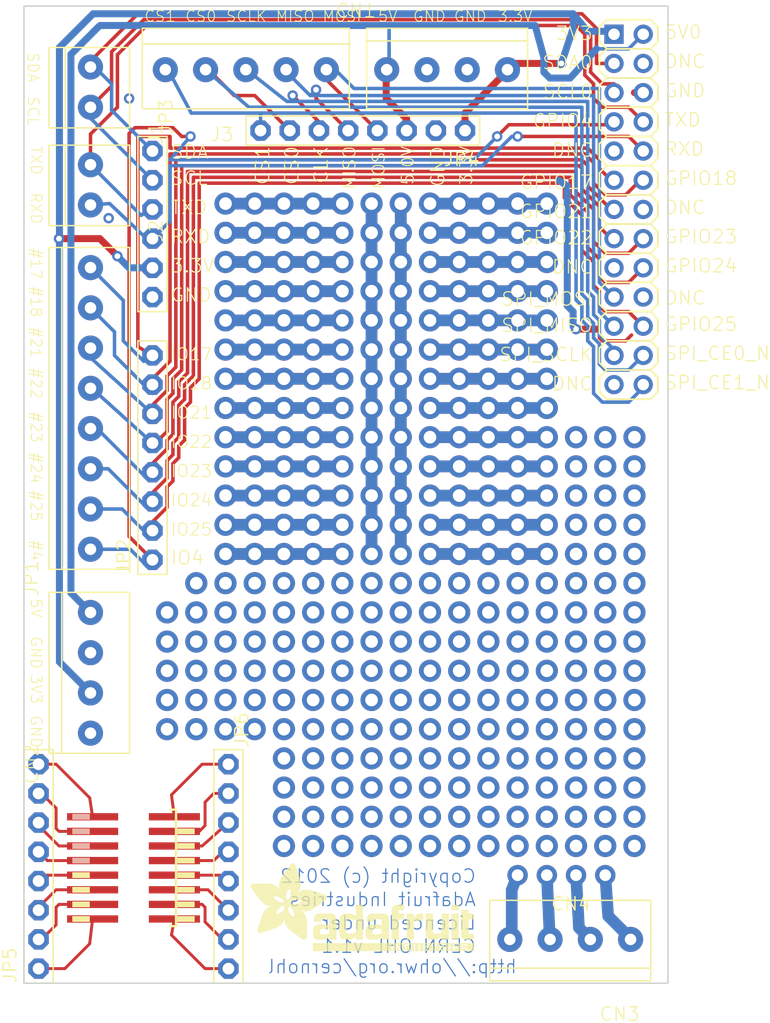
<source format=kicad_pcb>
(kicad_pcb (version 20211014) (generator pcbnew)
  (layers (0 "F.Cu" signal) (1 "In1.Cu" signal) (2 "In2.Cu" signal) (3 "In3.Cu" signal) (4 "In4.Cu" signal) (5 "In5.Cu" signal) (6 "In6.Cu" signal) (7 "In7.Cu" signal) (8 "In8.Cu" signal) (9 "In9.Cu" signal) (10 "In10.Cu" signal) (11 "In11.Cu" signal) (12 "In12.Cu" signal) (13 "In13.Cu" signal) (14 "In14.Cu" signal) (31 "B.Cu" signal) (34 "B.Paste" user) (35 "F.Paste" user) (36 "B.SilkS" user "B.Silkscreen") (37 "F.SilkS" user "F.Silkscreen") (38 "B.Mask" user) (39 "F.Mask" user) (44 "Edge.Cuts" user))
  (net 0 "")
  (net 1 "GPIO17")
  (net 2 "GPIO18")
  (net 3 "GPIO21")
  (net 4 "GPIO22")
  (net 5 "GPIO23")
  (net 6 "GPIO24")
  (net 7 "GPIO25")
  (net 8 "GPIO4")
  (net 9 "3.3V")
  (net 10 "5.0V")
  (net 11 "GND")
  (net 12 "SDA")
  (net 13 "SCL")
  (net 14 "RXD")
  (net 15 "TXD")
  (net 16 "MOSI")
  (net 17 "MISO")
  (net 18 "SCLK")
  (net 19 "SPI_CE0")
  (net 20 "SPI_CE1")
  (net 21 "N$1")
  (net 22 "N$2")
  (net 23 "N$3")
  (net 24 "N$4")
  (net 25 "N$5")
  (net 26 "N$7")
  (net 27 "N$9")
  (net 28 "N$10")
  (net 29 "N$11")
  (net 30 "N$12")
  (net 31 "N$13")
  (net 32 "N$14")
  (net 33 "N$15")
  (net 34 "N$16")
  (net 35 "N$17")
  (net 36 "N$18")
  (net 37 "N$19")
  (net 38 "N$20")
  (net 39 "N$21")
  (net 40 "N$22")
  (net 41 "N$23")
  (net 42 "N$24")
  (net 43 "N$25")
  (net 44 "N$26")
  (net 45 "N$27")
  (net 46 "N$28")
  (net 47 "N$29")
  (net 48 "N$30")
  (net 49 "N$31")
  (net 50 "N$32")
  (net 51 "N$41")
  (net 52 "N$42")
  (net 53 "N$43")
  (net 54 "N$44")
  (net 55 "N$45")
  (net 56 "N$46")
  (net 57 "N$47")
  (net 58 "N$48")
  (net 59 "N$49")
  (net 60 "N$50")
  (net 61 "N$51")
  (net 62 "N$52")
  (net 63 "N$53")
  (net 64 "N$54")
  (net 65 "N$55")
  (net 66 "N$56")
  (net 67 "N$57")
  (net 68 "N$58")
  (net 69 "N$59")
  (net 70 "N$60")
  (net 71 "N$61")
  (net 72 "N$76")
  (net 73 "N$77")
  (net 74 "N$78")
  (net 75 "N$79")
  (net 76 "N$80")
  (net 77 "N$81")
  (net 78 "N$87")
  (net 79 "N$88")
  (net 80 "N$89")
  (net 81 "N$90")
  (net 82 "N$91")
  (net 83 "N$92")
  (net 84 "N$93")
  (net 85 "N$94")
  (net 86 "N$95")
  (net 87 "N$96")
  (net 88 "N$119")
  (net 89 "N$120")
  (net 90 "N$121")
  (net 91 "N$122")
  (net 92 "N$123")
  (net 93 "N$124")
  (net 94 "N$125")
  (net 95 "N$126")
  (net 96 "N$127")
  (net 97 "N$128")
  (net 98 "N$129")
  (net 99 "N$130")
  (net 100 "N$131")
  (net 101 "N$132")
  (net 102 "N$133")
  (net 103 "N$134")
  (net 104 "N$135")
  (net 105 "N$136")
  (net 106 "N$137")
  (net 107 "N$138")
  (net 108 "N$139")
  (net 109 "N$140")
  (net 110 "N$153")
  (net 111 "N$154")
  (net 112 "N$155")
  (net 113 "N$6")
  (net 114 "N$8")
  (net 115 "N$34")
  (net 116 "N$35")
  (net 117 "N$36")
  (net 118 "N$37")
  (net 119 "N$38")
  (net 120 "N$39")
  (net 121 "N$40")
  (net 122 "N$101")
  (net 123 "N$102")
  (net 124 "N$103")
  (net 125 "N$110")
  (net 126 "N$111")
  (net 127 "N$112")
  (net 128 "N$113")
  (net 129 "N$114")
  (net 130 "N$115")
  (net 131 "N$116")
  (net 132 "N$142")
  (net 133 "N$157")
  (net 134 "N$158")
  (net 135 "N$159")
  (net 136 "N$160")
  (net 137 "N$161")
  (net 138 "N$162")
  (net 139 "N$163")
  (net 140 "N$164")
  (net 141 "N$165")
  (net 142 "N$166")
  (net 143 "N$167")
  (net 144 "N$168")
  (net 145 "N$169")
  (net 146 "N$170")
  (net 147 "N$171")
  (net 148 "N$204")
  (net 149 "N$205")
  (net 150 "N$206")
  (net 151 "N$218")
  (net 152 "N$219")
  (net 153 "N$220")
  (net 154 "N$221")
  (net 155 "N$222")
  (net 156 "N$225")
  (net 157 "N$226")
  (net 158 "N$227")
  (net 159 "N$228")
  (net 160 "N$231")
  (net 161 "N$232")
  (net 162 "N$233")
  (net 163 "N$234")
  (net 164 "N$235")
  (net 165 "N$236")
  (net 166 "N$237")
  (net 167 "N$238")
  (net 168 "N$239")
  (net 169 "N$240")
  (net 170 "N$241")
  (net 171 "N$242")
  (net 172 "N$243")
  (net 173 "N$253")
  (net 174 "N$254")
  (net 175 "N$255")
  (net 176 "N$256")
  (net 177 "N$257")
  (net 178 "N$258")
  (net 179 "N$259")
  (net 180 "N$198")
  (net 181 "N$260")
  (net 182 "N$261")
  (net 183 "N$262")
  (net 184 "N$263")
  (net 185 "N$264")
  (net 186 "N$265")
  (net 187 "N$266")
  (net 188 "N$267")
  (net 189 "N$268")
  (net 190 "N$269")
  (net 191 "N$270")
  (net 192 "N$271")
  (net 193 "N$272")
  (net 194 "N$273")
  (net 195 "N$274")
  (net 196 "N$275")
  (net 197 "N$276")
  (net 198 "N$277")
  (net 199 "N$278")
  (net 200 "N$279")
  (net 201 "N$280")
  (net 202 "N$281")
  (net 203 "N$282")
  (net 204 "N$283")
  (net 205 "N$284")
  (net 206 "N$285")
  (net 207 "N$286")
  (net 208 "N$287")
  (net 209 "N$288")
  (net 210 "N$289")
  (net 211 "N$104")
  (net 212 "N$105")
  (net 213 "N$106")
  (net 214 "N$107")
  (net 215 "N$33")
  (net 216 "N$62")
  (net 217 "N$63")
  (net 218 "N$64")
  (net 219 "N$65")
  (net 220 "N$66")
  (net 221 "N$67")
  (net 222 "N$68")
  (net 223 "N$69")
  (net 224 "N$70")
  (net 225 "N$71")
  (net 226 "N$72")
  (net 227 "N$73")
  (net 228 "N$74")
  (net 229 "N$75")
  (net 230 "N$82")
  (net 231 "N$83")
  (net 232 "N$84")
  (net 233 "N$85")
  (net 234 "N$86")
  (net 235 "N$97")
  (net 236 "N$98")
  (footprint "boardEagle:1X04-3.5MM" (layer "F.Cu") (at 157.2951 68.0356 180)
    (fp_text reference "CN1")
    (fp_text value "1X4-3.5MM" hide)
  )
  (footprint "boardEagle:1X2-3.5MM" (layer "F.Cu") (at 126.2871 69.5036 -90)
    (fp_text reference "J1")
    (fp_text value "1X2-3.5MM" hide)
  )
  (footprint "boardEagle:1X04-CLEANBIG" (layer "F.Cu") (at 167.2371 138.1056 180)
    (fp_text reference "CN4")
    (fp_text value "1X4-CLEANBIG")
  )
  (footprint "boardEagle:1X04-3.5MM" (layer "F.Cu") (at 126.2871 120.5036 -90)
    (fp_text reference "CN2")
    (fp_text value "1X4-3.5MM" hide)
  )
  (footprint "boardEagle:SO-16NMW" (layer "F.Cu") (at 129.8991 138.8676 90)
    (fp_text reference "U$2" hide)
    (fp_text value "SMD-16SOIC" hide)
  )
  (footprint "boardEagle:1X08-BIG" (layer "F.Cu") (at 131.6771 101.7836 90)
    (fp_text reference "JP2")
    (fp_text value "")
  )
  (footprint "boardEagle:1X05-3.5MM" (layer "F.Cu") (at 139.7951 68.0356 180)
    (fp_text reference "J3")
    (fp_text value "1X5" hide)
  )
  (footprint "boardEagle:1X08-BIG" (layer "F.Cu") (at 149.9651 73.3356 180)
    (fp_text reference "JP4")
    (fp_text value "")
  )
  (footprint "boardEagle:ADAFRUIT_TEXT_20MM" (layer "F.Cu") (at 140.0591 144.7096)
    (fp_text reference "U$3" hide)
    (fp_text value "" hide)
  )
  (footprint "boardEagle:1X2-3.5MM" (layer "F.Cu") (at 126.2871 78.0036 -90)
    (fp_text reference "J2")
    (fp_text value "1X2-3.5MM" hide)
  )
  (footprint "boardEagle:RASBERRYPI_SHIELD" (layer "F.Cu") (at 120.5011 147.5036)
    (fp_text reference "U$1" hide)
    (fp_text value "RASPBERRYPI_BB" hide)
    (fp_line (start 56 0) (end 0 0) (layer "Edge.Cuts") (width 0.127))
    (fp_line (start 0 -85) (end 56 -85) (layer "Edge.Cuts") (width 0.127))
    (fp_line (start 0 0) (end 0 -85) (layer "Edge.Cuts") (width 0.127))
    (fp_line (start 56 -85) (end 56 0) (layer "Edge.Cuts") (width 0.127))
  )
  (footprint "boardEagle:1X08-BIG" (layer "F.Cu") (at 138.2811 137.3436 -90)
    (fp_text reference "JP6")
    (fp_text value "")
  )
  (footprint "boardEagle:1X06-BIG" (layer "F.Cu") (at 131.6771 81.4636 -90)
    (fp_text reference "JP3")
    (fp_text value "")
  )
  (footprint "boardEagle:1X04-3.5MM" (layer "F.Cu") (at 167.9991 143.6936)
    (fp_text reference "CN3")
    (fp_text value "1X4-3.5MM" hide)
  )
  (footprint "boardEagle:1X08-BIG" (layer "F.Cu") (at 121.7711 137.3436 90)
    (fp_text reference "JP5")
    (fp_text value "")
  )
  (footprint "boardEagle:1X08-3.5MM" (layer "F.Cu") (at 126.2871 97.5036 -90)
    (fp_text reference "JP1")
    (fp_text value "" hide)
  )
  (gr_line (start 176.5011 62.5036) (end 120.5011 62.5036) (layer "Edge.Cuts") (width 0.05))
  (gr_line (start 120.5011 62.5036) (end 120.5011 147.5036) (layer "Edge.Cuts") (width 0.05))
  (gr_line (start 120.5011 147.5036) (end 176.5011 147.5036) (layer "Edge.Cuts") (width 0.05))
  (gr_text "http://ohwr.org/cernohl" (at 163.4271 146.7416) (layer "B.Cu") (effects (font (size 1.1684 1.1684) (thickness 0.1016)) (justify left bottom mirror)))
  (gr_text "Copyright (c) 2012" (at 159.8711 138.8676) (layer "B.Cu") (effects (font (size 1.1684 1.1684) (thickness 0.1016)) (justify left bottom mirror)))
  (gr_text "Adafruit Industries " (at 159.8711 140.8996) (layer "B.Cu") (effects (font (size 1.1684 1.1684) (thickness 0.1016)) (justify left bottom mirror)))
  (gr_text "Licenced under " (at 159.8711 142.9316) (layer "B.Cu") (effects (font (size 1.1684 1.1684) (thickness 0.1016)) (justify left bottom mirror)))
  (gr_text "CERN OHL v1.1" (at 159.8711 144.9636) (layer "B.Cu") (effects (font (size 1.1684 1.1684) (thickness 0.1016)) (justify left bottom mirror)))
  (gr_text "IO17" (at 133.2011 93.4016) (layer "F.SilkS") (effects (font (size 1.05156 1.05156) (thickness 0.09144)) (justify left bottom)))
  (gr_text "RXD" (at 121.0091 78.6696 270) (layer "F.SilkS") (effects (font (size 0.93472 0.93472) (thickness 0.08128)) (justify left bottom)))
  (gr_text "CS1" (at 130.9151 63.9376) (layer "F.SilkS") (effects (font (size 0.93472 0.93472) (thickness 0.08128)) (justify left bottom)))
  (gr_text "SCL" (at 133.2011 78.1616) (layer "F.SilkS") (effects (font (size 1.1684 1.1684) (thickness 0.1016)) (justify left bottom)))
  (gr_text "GND" (at 133.2011 88.3216) (layer "F.SilkS") (effects (font (size 1.1684 1.1684) (thickness 0.1016)) (justify left bottom)))
  (gr_text "GND" (at 155.8071 74.6056 90) (layer "F.SilkS") (effects (font (size 1.1684 1.1684) (thickness 0.1016)) (justify right top)))
  (gr_text "#21" (at 121.0091 90.3536 270) (layer "F.SilkS") (effects (font (size 0.93472 0.93472) (thickness 0.08128)) (justify left bottom)))
  (gr_text "MOSI" (at 146.4091 63.9376) (layer "F.SilkS") (effects (font (size 0.93472 0.93472) (thickness 0.08128)) (justify left bottom)))
  (gr_text "IO21" (at 133.2011 98.4816) (layer "F.SilkS") (effects (font (size 1.05156 1.05156) (thickness 0.09144)) (justify left bottom)))
  (gr_text "3.3V" (at 158.3471 74.6056 90) (layer "F.SilkS") (effects (font (size 1.05156 1.05156) (thickness 0.09144)) (justify right top)))
  (gr_text "MISO" (at 148.1871 74.6056 90) (layer "F.SilkS") (effects (font (size 1.05156 1.05156) (thickness 0.09144)) (justify right top)))
  (gr_text "3V3" (at 121.0091 120.5796 270) (layer "F.SilkS") (effects (font (size 0.93472 0.93472) (thickness 0.08128)) (justify left bottom)))
  (gr_text "GND" (at 154.2831 63.9376) (layer "F.SilkS") (effects (font (size 0.93472 0.93472) (thickness 0.08128)) (justify left bottom)))
  (gr_text "#18" (at 121.0091 86.7976 270) (layer "F.SilkS") (effects (font (size 0.93472 0.93472) (thickness 0.08128)) (justify left bottom)))
  (gr_text "SDA" (at 120.7551 66.4776 270) (layer "F.SilkS") (effects (font (size 0.93472 0.93472) (thickness 0.08128)) (justify left bottom)))
  (gr_text "5V" (at 121.0091 113.9756 270) (layer "F.SilkS") (effects (font (size 0.93472 0.93472) (thickness 0.08128)) (justify left bottom)))
  (gr_text "3.3V" (at 161.6491 63.9376) (layer "F.SilkS") (effects (font (size 0.93472 0.93472) (thickness 0.08128)) (justify left bottom)))
  (gr_text "GND" (at 121.0091 124.1356 270) (layer "F.SilkS") (effects (font (size 0.93472 0.93472) (thickness 0.08128)) (justify left bottom)))
  (gr_text "CS1" (at 140.5671 74.6056 90) (layer "F.SilkS") (effects (font (size 1.1684 1.1684) (thickness 0.1016)) (justify right top)))
  (gr_text "CLK" (at 145.6471 74.6056 90) (layer "F.SilkS") (effects (font (size 1.1684 1.1684) (thickness 0.1016)) (justify right top)))
  (gr_text "SCL" (at 120.7551 70.2876 270) (layer "F.SilkS") (effects (font (size 0.93472 0.93472) (thickness 0.08128)) (justify left bottom)))
  (gr_text "#25" (at 121.0091 104.5776 270) (layer "F.SilkS") (effects (font (size 0.93472 0.93472) (thickness 0.08128)) (justify left bottom)))
  (gr_text "#17" (at 121.0091 83.4956 270) (layer "F.SilkS") (effects (font (size 0.93472 0.93472) (thickness 0.08128)) (justify left bottom)))
  (gr_text "IO22" (at 133.2011 101.0216) (layer "F.SilkS") (effects (font (size 1.05156 1.05156) (thickness 0.09144)) (justify left bottom)))
  (gr_text "5V" (at 151.2351 63.9376) (layer "F.SilkS") (effects (font (size 0.93472 0.93472) (thickness 0.08128)) (justify left bottom)))
  (gr_text "SCLK" (at 138.0271 63.9376) (layer "F.SilkS") (effects (font (size 0.93472 0.93472) (thickness 0.08128)) (justify left bottom)))
  (gr_text "CS0" (at 134.4711 63.9376) (layer "F.SilkS") (effects (font (size 0.93472 0.93472) (thickness 0.08128)) (justify left bottom)))
  (gr_text "GND" (at 157.8391 63.9376) (layer "F.SilkS") (effects (font (size 0.93472 0.93472) (thickness 0.08128)) (justify left bottom)))
  (gr_text "3.3V" (at 133.2011 85.7816) (layer "F.SilkS") (effects (font (size 1.1684 1.1684) (thickness 0.1016)) (justify left bottom)))
  (gr_text "MISO" (at 142.3451 63.9376) (layer "F.SilkS") (effects (font (size 0.93472 0.93472) (thickness 0.08128)) (justify left bottom)))
  (gr_text "#24" (at 121.0091 101.2756 270) (layer "F.SilkS") (effects (font (size 0.93472 0.93472) (thickness 0.08128)) (justify left bottom)))
  (gr_text "IO24" (at 133.2011 106.1016) (layer "F.SilkS") (effects (font (size 1.05156 1.05156) (thickness 0.09144)) (justify left bottom)))
  (gr_text "IO25" (at 133.2011 108.6416) (layer "F.SilkS") (effects (font (size 1.05156 1.05156) (thickness 0.09144)) (justify left bottom)))
  (gr_text "IO23" (at 133.2011 103.5616) (layer "F.SilkS") (effects (font (size 1.05156 1.05156) (thickness 0.09144)) (justify left bottom)))
  (gr_text "CS0" (at 143.1071 74.6056 90) (layer "F.SilkS") (effects (font (size 1.1684 1.1684) (thickness 0.1016)) (justify right top)))
  (gr_text "TXD" (at 133.2011 80.7016) (layer "F.SilkS") (effects (font (size 1.1684 1.1684) (thickness 0.1016)) (justify left bottom)))
  (gr_text "#23" (at 121.0091 97.7196 270) (layer "F.SilkS") (effects (font (size 0.93472 0.93472) (thickness 0.08128)) (justify left bottom)))
  (gr_text "GND" (at 121.0091 117.2776 270) (layer "F.SilkS") (effects (font (size 0.93472 0.93472) (thickness 0.08128)) (justify left bottom)))
  (gr_text "SDA" (at 133.2011 75.8756) (layer "F.SilkS") (effects (font (size 1.1684 1.1684) (thickness 0.1016)) (justify left bottom)))
  (gr_text "5.0V" (at 153.2671 74.6056 90) (layer "F.SilkS") (effects (font (size 1.05156 1.05156) (thickness 0.09144)) (justify right top)))
  (gr_text "#4" (at 121.0091 108.8956 270) (layer "F.SilkS") (effects (font (size 0.93472 0.93472) (thickness 0.08128)) (justify left bottom)))
  (gr_text "IO18" (at 133.2011 95.9416) (layer "F.SilkS") (effects (font (size 1.05156 1.05156) (thickness 0.09144)) (justify left bottom)))
  (gr_text "#22" (at 121.0091 93.9096 270) (layer "F.SilkS") (effects (font (size 0.93472 0.93472) (thickness 0.08128)) (justify left bottom)))
  (gr_text "RXD" (at 133.2011 83.2416) (layer "F.SilkS") (effects (font (size 1.1684 1.1684) (thickness 0.1016)) (justify left bottom)))
  (gr_text "IO4" (at 133.2011 111.1816) (layer "F.SilkS") (effects (font (size 1.1684 1.1684) (thickness 0.1016)) (justify left bottom)))
  (gr_text "TXD" (at 121.0091 74.6056 270) (layer "F.SilkS") (effects (font (size 0.93472 0.93472) (thickness 0.08128)) (justify left bottom)))
  (gr_text "MOSI" (at 150.7271 74.6056 90) (layer "F.SilkS") (effects (font (size 1.05156 1.05156) (thickness 0.09144)) (justify right top)))
  (segment (start 130.4071 73.8436) (end 133.2011 73.8436) (width 0.3048) (layer "F.Cu") (net 1))
  (segment (start 133.2011 73.8436) (end 133.2011 74.8596) (width 0.3048) (layer "F.Cu") (net 1))
  (segment (start 130.4071 92.1316) (end 130.4071 73.8436) (width 0.3048) (layer "F.Cu") (net 1))
  (segment (start 171.5551 77.6536) (end 171.8091 77.6536) (width 0.3048) (layer "F.Cu") (net 1))
  (segment (start 170.5391 75.8756) (end 170.5391 76.6376) (width 0.3048) (layer "F.Cu") (net 1))
  (segment (start 170.5391 76.6376) (end 171.5551 77.6536) (width 0.3048) (layer "F.Cu") (net 1))
  (segment (start 133.2011 74.8596) (end 169.5231 74.8596) (width 0.3048) (layer "F.Cu") (net 1))
  (segment (start 169.5231 74.8596) (end 170.5391 75.8756) (width 0.3048) (layer "F.Cu") (net 1))
  (segment (start 131.6771 92.8936) (end 130.4071 92.1316) (width 0.3048) (layer "F.Cu") (net 1))
  (segment (start 129.1371 88.1036) (end 126.2871 85.2536) (width 0.3048) (layer "B.Cu") (net 1))
  (segment (start 130.9151 93.4016) (end 129.1371 91.6236) (width 0.3048) (layer "B.Cu") (net 1))
  (segment (start 131.6771 92.8936) (end 130.9151 93.4016) (width 0.3048) (layer "B.Cu") (net 1))
  (segment (start 129.1371 91.6236) (end 129.1371 88.1036) (width 0.3048) (layer "B.Cu") (net 1))
  (segment (start 131.6771 94.9256) (end 133.2011 93.4016) (width 0.3048) (layer "F.Cu") (net 2))
  (segment (start 170.0311 76.1296) (end 170.0311 77.9076) (width 0.3048) (layer "F.Cu") (net 2))
  (segment (start 133.2011 75.3676) (end 169.2691 75.3676) (width 0.3048) (layer "F.Cu") (net 2))
  (segment (start 133.2011 93.4016) (end 133.2011 75.3676) (width 0.3048) (layer "F.Cu") (net 2))
  (segment (start 170.0311 77.9076) (end 171.0471 78.9236) (width 0.3048) (layer "F.Cu") (net 2))
  (segment (start 172.8251 78.9236) (end 174.0951 77.6536) (width 0.3048) (layer "F.Cu") (net 2))
  (segment (start 174.0951 77.6536) (end 174.3491 77.6536) (width 0.3048) (layer "F.Cu") (net 2))
  (segment (start 171.0471 78.9236) (end 172.8251 78.9236) (width 0.3048) (layer "F.Cu") (net 2))
  (segment (start 131.6771 95.4336) (end 131.6771 94.9256) (width 0.3048) (layer "F.Cu") (net 2))
  (segment (start 169.2691 75.3676) (end 170.0311 76.1296) (width 0.3048) (layer "F.Cu") (net 2))
  (segment (start 131.6771 95.4336) (end 131.6771 96.1956) (width 0.3048) (layer "B.Cu") (net 2))
  (segment (start 128.3751 90.8416) (end 126.2871 88.7536) (width 0.3048) (layer "B.Cu") (net 2))
  (segment (start 131.6771 96.1956) (end 128.3751 92.8936) (width 0.3048) (layer "B.Cu") (net 2))
  (segment (start 128.3751 92.8936) (end 128.3751 90.8416) (width 0.3048) (layer "B.Cu") (net 2))
  (segment (start 132.9471 95.9416) (end 132.9471 94.6716) (width 0.3048) (layer "F.Cu") (net 3))
  (segment (start 171.5551 80.1936) (end 171.8091 80.1936) (width 0.3048) (layer "F.Cu") (net 3))
  (segment (start 169.5231 78.1616) (end 171.5551 80.1936) (width 0.3048) (layer "F.Cu") (net 3))
  (segment (start 133.7091 93.9096) (end 133.7091 75.8756) (width 0.3048) (layer "F.Cu") (net 3))
  (segment (start 169.5231 76.3836) (end 169.5231 78.1616) (width 0.3048) (layer "F.Cu") (net 3))
  (segment (start 131.6771 97.9736) (end 131.6771 97.2116) (width 0.3048) (layer "F.Cu") (net 3))
  (segment (start 133.7091 75.8756) (end 169.0151 75.8756) (width 0.3048) (layer "F.Cu") (net 3))
  (segment (start 131.6771 97.2116) (end 132.9471 95.9416) (width 0.3048) (layer "F.Cu") (net 3))
  (segment (start 132.9471 94.6716) (end 133.7091 93.9096) (width 0.3048) (layer "F.Cu") (net 3))
  (segment (start 169.0151 75.8756) (end 169.5231 76.3836) (width 0.3048) (layer "F.Cu") (net 3))
  (segment (start 131.6771 97.9736) (end 126.2871 93.0916) (width 0.3048) (layer "B.Cu") (net 3))
  (segment (start 126.2871 93.0916) (end 126.2871 92.2536) (width 0.3048) (layer "B.Cu") (net 3))
  (segment (start 168.7611 76.3836) (end 169.0151 76.6376) (width 0.3048) (layer "F.Cu") (net 4))
  (segment (start 132.9471 99.4976) (end 132.9471 96.7036) (width 0.3048) (layer "F.Cu") (net 4))
  (segment (start 134.2171 76.3836) (end 168.7611 76.3836) (width 0.3048) (layer "F.Cu") (net 4))
  (segment (start 132.9471 96.7036) (end 133.4551 96.1956) (width 0.3048) (layer "F.Cu") (net 4))
  (segment (start 133.4551 94.9256) (end 134.2171 94.1636) (width 0.3048) (layer "F.Cu") (net 4))
  (segment (start 169.0151 78.4156) (end 170.5391 79.9396) (width 0.3048) (layer "F.Cu") (net 4))
  (segment (start 170.5391 79.9396) (end 170.5391 81.7176) (width 0.3048) (layer "F.Cu") (net 4))
  (segment (start 169.0151 76.6376) (end 169.0151 78.4156) (width 0.3048) (layer "F.Cu") (net 4))
  (segment (start 131.9311 100.5136) (end 132.9471 99.4976) (width 0.3048) (layer "F.Cu") (net 4))
  (segment (start 170.5391 81.7176) (end 171.5551 82.7336) (width 0.3048) (layer "F.Cu") (net 4))
  (segment (start 133.4551 96.1956) (end 133.4551 94.9256) (width 0.3048) (layer "F.Cu") (net 4))
  (segment (start 134.2171 94.1636) (end 134.2171 76.3836) (width 0.3048) (layer "F.Cu") (net 4))
  (segment (start 131.6771 100.5136) (end 131.9311 100.5136) (width 0.3048) (layer "F.Cu") (net 4))
  (segment (start 171.5551 82.7336) (end 171.8091 82.7336) (width 0.3048) (layer "F.Cu") (net 4))
  (segment (start 126.4091 95.7536) (end 126.2871 95.7536) (width 0.3048) (layer "B.Cu") (net 4))
  (segment (start 131.6771 100.5136) (end 126.4091 95.7536) (width 0.3048) (layer "B.Cu") (net 4))
  (segment (start 134.7251 94.4176) (end 134.7251 76.8916) (width 0.3048) (layer "F.Cu") (net 5))
  (segment (start 170.0311 80.1936) (end 170.0311 82.9876) (width 0.3048) (layer "F.Cu") (net 5))
  (segment (start 133.4551 96.9576) (end 133.9631 96.4496) (width 0.3048) (layer "F.Cu") (net 5))
  (segment (start 133.4551 99.7516) (end 133.4551 96.9576) (width 0.3048) (layer "F.Cu") (net 5))
  (segment (start 133.9631 96.4496) (end 133.9631 95.1796) (width 0.3048) (layer "F.Cu") (net 5))
  (segment (start 170.0311 82.9876) (end 171.0471 84.0036) (width 0.3048) (layer "F.Cu") (net 5))
  (segment (start 173.0791 84.0036) (end 174.3491 82.7336) (width 0.3048) (layer "F.Cu") (net 5))
  (segment (start 132.9471 101.0216) (end 132.9471 100.2596) (width 0.3048) (layer "F.Cu") (net 5))
  (segment (start 168.5071 78.6696) (end 170.0311 80.1936) (width 0.3048) (layer "F.Cu") (net 5))
  (segment (start 132.9471 100.2596) (end 133.4551 99.7516) (width 0.3048) (layer "F.Cu") (net 5))
  (segment (start 171.0471 84.0036) (end 173.0791 84.0036) (width 0.3048) (layer "F.Cu") (net 5))
  (segment (start 168.5071 76.8916) (end 168.5071 78.6696) (width 0.3048) (layer "F.Cu") (net 5))
  (segment (start 133.9631 95.1796) (end 134.7251 94.4176) (width 0.3048) (layer "F.Cu") (net 5))
  (segment (start 131.6771 103.0536) (end 131.6771 102.2916) (width 0.3048) (layer "F.Cu") (net 5))
  (segment (start 131.6771 102.2916) (end 132.9471 101.0216) (width 0.3048) (layer "F.Cu") (net 5))
  (segment (start 134.7251 76.8916) (end 168.5071 76.8916) (width 0.3048) (layer "F.Cu") (net 5))
  (segment (start 126.2871 99.2536) (end 126.8611 99.2536) (width 0.3048) (layer "B.Cu") (net 5))
  (segment (start 126.8611 99.2536) (end 131.1691 103.5616) (width 0.3048) (layer "B.Cu") (net 5))
  (segment (start 131.1691 103.5616) (end 131.6771 103.0536) (width 0.3048) (layer "B.Cu") (net 5))
  (segment (start 132.9471 103.5616) (end 132.9471 102.0376) (width 0.3048) (layer "F.Cu") (net 6))
  (segment (start 131.6771 104.8316) (end 132.9471 103.5616) (width 0.3048) (layer "F.Cu") (net 6))
  (segment (start 134.4711 96.7036) (end 134.4711 95.4336) (width 0.3048) (layer "F.Cu") (net 6))
  (segment (start 135.2331 77.3996) (end 167.9991 77.3996) (width 0.3048) (layer "F.Cu") (net 6))
  (segment (start 133.9631 100.0056) (end 133.9631 97.2116) (width 0.3048) (layer "F.Cu") (net 6))
  (segment (start 170.5391 84.5116) (end 170.5391 86.0356) (width 0.3048) (layer "F.Cu") (net 6))
  (segment (start 133.4551 100.5136) (end 133.9631 100.0056) (width 0.3048) (layer "F.Cu") (net 6))
  (segment (start 131.6771 105.5936) (end 131.6771 104.8316) (width 0.3048) (layer "F.Cu") (net 6))
  (segment (start 169.5231 83.4956) (end 170.5391 84.5116) (width 0.3048) (layer "F.Cu") (net 6))
  (segment (start 170.5391 86.0356) (end 171.0471 86.5436) (width 0.3048) (layer "F.Cu") (net 6))
  (segment (start 171.0471 86.5436) (end 173.0791 86.5436) (width 0.3048) (layer "F.Cu") (net 6))
  (segment (start 134.4711 95.4336) (end 135.2331 94.6716) (width 0.3048) (layer "F.Cu") (net 6))
  (segment (start 131.6771 105.5936) (end 131.9311 106.1016) (width 0.3048) (layer "F.Cu") (net 6))
  (segment (start 167.9991 78.9236) (end 169.5231 80.4476) (width 0.3048) (layer "F.Cu") (net 6))
  (segment (start 132.9471 102.0376) (end 133.4551 101.5296) (width 0.3048) (layer "F.Cu") (net 6))
  (segment (start 133.9631 97.2116) (end 134.4711 96.7036) (width 0.3048) (layer "F.Cu") (net 6))
  (segment (start 133.4551 101.5296) (end 133.4551 100.5136) (width 0.3048) (layer "F.Cu") (net 6))
  (segment (start 135.2331 94.6716) (end 135.2331 77.3996) (width 0.3048) (layer "F.Cu") (net 6))
  (segment (start 169.5231 80.4476) (end 169.5231 83.4956) (width 0.3048) (layer "F.Cu") (net 6))
  (segment (start 173.0791 86.5436) (end 174.3491 85.2736) (width 0.3048) (layer "F.Cu") (net 6))
  (segment (start 167.9991 77.3996) (end 167.9991 78.9236) (width 0.3048) (layer "F.Cu") (net 6))
  (segment (start 127.8211 102.7536) (end 131.1691 106.1016) (width 0.3048) (layer "B.Cu") (net 6))
  (segment (start 126.2871 102.7536) (end 127.8211 102.7536) (width 0.3048) (layer "B.Cu") (net 6))
  (segment (start 131.1691 106.1016) (end 131.6771 105.5936) (width 0.3048) (layer "B.Cu") (net 6))
  (segment (start 133.4551 102.2916) (end 133.9631 101.7836) (width 0.3048) (layer "F.Cu") (net 7))
  (segment (start 170.5391 88.5756) (end 171.0471 89.0836) (width 0.3048) (layer "F.Cu") (net 7))
  (segment (start 134.4711 97.4656) (end 134.9791 96.9576) (width 0.3048) (layer "F.Cu") (net 7))
  (segment (start 135.7411 94.9256) (end 135.7411 77.9076) (width 0.3048) (layer "F.Cu") (net 7))
  (segment (start 169.0151 83.7496) (end 170.0311 84.7656) (width 0.3048) (layer "F.Cu") (net 7))
  (segment (start 167.4911 77.9076) (end 167.4911 79.1776) (width 0.3048) (layer "F.Cu") (net 7))
  (segment (start 134.9791 96.9576) (end 134.9791 95.6876) (width 0.3048) (layer "F.Cu") (net 7))
  (segment (start 131.6771 108.1336) (end 131.6771 107.3716) (width 0.3048) (layer "F.Cu") (net 7))
  (segment (start 133.4551 103.8156) (end 133.4551 102.2916) (width 0.3048) (layer "F.Cu") (net 7))
  (segment (start 171.0471 89.0836) (end 173.0791 89.0836) (width 0.3048) (layer "F.Cu") (net 7))
  (segment (start 167.4911 79.1776) (end 169.0151 80.7016) (width 0.3048) (layer "F.Cu") (net 7))
  (segment (start 132.9471 104.3236) (end 133.4551 103.8156) (width 0.3048) (layer "F.Cu") (net 7))
  (segment (start 170.0311 84.7656) (end 170.0311 86.7976) (width 0.3048) (layer "F.Cu") (net 7))
  (segment (start 134.9791 95.6876) (end 135.7411 94.9256) (width 0.3048) (layer "F.Cu") (net 7))
  (segment (start 134.4711 100.2596) (end 134.4711 97.4656) (width 0.3048) (layer "F.Cu") (net 7))
  (segment (start 135.7411 77.9076) (end 167.4911 77.9076) (width 0.3048) (layer "F.Cu") (net 7))
  (segment (start 133.9631 101.7836) (end 133.9631 100.7676) (width 0.3048) (layer "F.Cu") (net 7))
  (segment (start 169.0151 80.7016) (end 169.0151 83.7496) (width 0.3048) (layer "F.Cu") (net 7))
  (segment (start 131.6771 107.3716) (end 132.9471 106.1016) (width 0.3048) (layer "F.Cu") (net 7))
  (segment (start 170.5391 87.3056) (end 170.5391 88.5756) (width 0.3048) (layer "F.Cu") (net 7))
  (segment (start 133.9631 100.7676) (end 134.4711 100.2596) (width 0.3048) (layer "F.Cu") (net 7))
  (segment (start 170.0311 86.7976) (end 170.5391 87.3056) (width 0.3048) (layer "F.Cu") (net 7))
  (segment (start 132.9471 106.1016) (end 132.9471 104.3236) (width 0.3048) (layer "F.Cu") (net 7))
  (segment (start 173.0791 89.0836) (end 174.3491 90.3536) (width 0.3048) (layer "F.Cu") (net 7))
  (segment (start 129.0351 106.2536) (end 131.4231 108.6416) (width 0.3048) (layer "B.Cu") (net 7))
  (segment (start 131.4231 108.6416) (end 131.6771 108.1336) (width 0.3048) (layer "B.Cu") (net 7))
  (segment (start 126.2871 106.2536) (end 129.0351 106.2536) (width 0.3048) (layer "B.Cu") (net 7))
  (segment (start 131.6771 110.6736) (end 129.6451 108.6416) (width 0.3048) (layer "F.Cu") (net 8))
  (segment (start 161.6491 73.8436) (end 162.6651 72.8276) (width 0.3048) (layer "F.Cu") (net 8))
  (segment (start 162.6651 72.8276) (end 171.5551 72.8276) (width 0.3048) (layer "F.Cu") (net 8))
  (segment (start 129.6451 73.5896) (end 130.1531 73.0816) (width 0.3048) (layer "F.Cu") (net 8))
  (segment (start 171.5551 72.8276) (end 171.8091 72.5736) (width 0.3048) (layer "F.Cu") (net 8))
  (segment (start 129.6451 108.6416) (end 129.6451 73.5896) (width 0.3048) (layer "F.Cu") (net 8))
  (segment (start 130.1531 73.0816) (end 133.4551 73.0816) (width 0.3048) (layer "F.Cu") (net 8))
  (segment (start 134.2171 73.8436) (end 134.9791 73.8436) (width 0.3048) (layer "F.Cu") (net 8))
  (segment (start 133.4551 73.0816) (end 134.2171 73.8436) (width 0.3048) (layer "F.Cu") (net 8))
  (via (at 134.9791 73.8436) (size 0.9064) (drill 0.5) (layers "F.Cu" "B.Cu") (net 8))
  (via (at 161.6491 73.8436) (size 0.9064) (drill 0.5) (layers "F.Cu" "B.Cu") (net 8))
  (segment (start 131.1691 111.1816) (end 131.6771 110.6736) (width 0.3048) (layer "B.Cu") (net 8))
  (segment (start 134.9791 73.8436) (end 133.2011 75.8756) (width 0.3048) (layer "B.Cu") (net 8))
  (segment (start 133.2011 75.8756) (end 159.6171 75.8756) (width 0.3048) (layer "B.Cu") (net 8))
  (segment (start 159.6171 75.8756) (end 161.6491 73.8436) (width 0.3048) (layer "B.Cu") (net 8))
  (segment (start 129.7411 109.7536) (end 131.1691 111.1816) (width 0.3048) (layer "B.Cu") (net 8))
  (segment (start 126.2871 109.7536) (end 129.7411 109.7536) (width 0.3048) (layer "B.Cu") (net 8))
  (segment (start 162.5451 68.1216) (end 158.8551 71.8116) (width 0.6096) (layer "F.Cu") (net 9))
  (segment (start 167.2371 67.4936) (end 163.0871 67.4936) (width 0.6096) (layer "F.Cu") (net 9))
  (segment (start 127.1051 82.7336) (end 128.6291 84.2576) (width 0.6096) (layer "F.Cu") (net 9))
  (segment (start 158.8551 71.8116) (end 158.8551 73.3356) (width 0.6096) (layer "F.Cu") (net 9))
  (segment (start 163.0871 67.4936) (end 162.5451 68.0356) (width 0.6096) (layer "F.Cu") (net 9))
  (segment (start 123.5491 82.7336) (end 127.1051 82.7336) (width 0.6096) (layer "F.Cu") (net 9))
  (segment (start 162.5451 68.0356) (end 162.5451 68.1216) (width 0.6096) (layer "F.Cu") (net 9))
  (via (at 167.2371 67.4936) (size 0.9064) (drill 0.5) (layers "F.Cu" "B.Cu") (net 9))
  (via (at 128.6291 84.2576) (size 0.9064) (drill 0.5) (layers "F.Cu" "B.Cu") (net 9))
  (via (at 123.5491 82.7336) (size 0.9064) (drill 0.5) (layers "F.Cu" "B.Cu") (net 9))
  (segment (start 128.6291 84.2576) (end 129.6451 85.2736) (width 0.6096) (layer "B.Cu") (net 9))
  (segment (start 126.5151 63.1756) (end 168.2531 63.1756) (width 0.6096) (layer "B.Cu") (net 9))
  (segment (start 123.5871 66.1036) (end 126.5151 63.1756) (width 0.6096) (layer "B.Cu") (net 9))
  (segment (start 169.5231 64.6996) (end 171.5551 64.6996) (width 0.6096) (layer "B.Cu") (net 9))
  (segment (start 123.5871 119.5536) (end 123.5871 82.7336) (width 0.6096) (layer "B.Cu") (net 9))
  (segment (start 168.2531 63.1756) (end 168.2531 64.4456) (width 0.6096) (layer "B.Cu") (net 9))
  (segment (start 126.2871 122.2536) (end 123.5871 119.5536) (width 0.6096) (layer "B.Cu") (net 9))
  (segment (start 123.5871 82.7336) (end 123.5491 82.7336) (width 0.6096) (layer "B.Cu") (net 9))
  (segment (start 171.5551 64.6996) (end 171.8091 64.9536) (width 0.6096) (layer "B.Cu") (net 9))
  (segment (start 123.5871 82.7336) (end 123.5871 66.1036) (width 0.6096) (layer "B.Cu") (net 9))
  (segment (start 129.6451 85.2736) (end 131.6771 85.2736) (width 0.6096) (layer "B.Cu") (net 9))
  (segment (start 168.2531 64.4456) (end 167.2371 67.4936) (width 0.6096) (layer "B.Cu") (net 9))
  (segment (start 168.2531 63.1756) (end 169.5231 64.6996) (width 0.6096) (layer "B.Cu") (net 9))
  (segment (start 151.9971 70.5416) (end 153.7751 72.3196) (width 0.6096) (layer "F.Cu") (net 10))
  (segment (start 151.9971 68.0836) (end 151.9971 70.5416) (width 0.6096) (layer "F.Cu") (net 10))
  (segment (start 153.7751 72.3196) (end 153.7751 73.3356) (width 0.6096) (layer "F.Cu") (net 10))
  (segment (start 152.0451 68.0356) (end 151.9971 68.0836) (width 0.6096) (layer "F.Cu") (net 10))
  (segment (start 152.0451 68.0356) (end 151.9951 68.0356) (width 0.6096) (layer "B.Cu") (net 10))
  (segment (start 127.1291 64.1916) (end 152.2511 64.1916) (width 0.6096) (layer "B.Cu") (net 10))
  (segment (start 126.9871 64.3036) (end 127.1291 64.1916) (width 0.6096) (layer "B.Cu") (net 10))
  (segment (start 166.2211 68.7636) (end 167.9991 68.7636) (width 0.6096) (layer "B.Cu") (net 10))
  (segment (start 152.2511 64.1916) (end 152.2511 68.0016) (width 0.3048) (layer "B.Cu") (net 10))
  (segment (start 152.2511 64.1916) (end 164.9511 64.1916) (width 0.6096) (layer "B.Cu") (net 10))
  (segment (start 124.5871 66.7036) (end 126.9871 64.3036) (width 0.6096) (layer "B.Cu") (net 10))
  (segment (start 167.9991 68.7636) (end 170.2851 66.2236) (width 0.6096) (layer "B.Cu") (net 10))
  (segment (start 164.9511 64.1916) (end 165.7131 66.9856) (width 0.6096) (layer "B.Cu") (net 10))
  (segment (start 165.7131 68.2556) (end 166.2211 68.7636) (width 0.6096) (layer "B.Cu") (net 10))
  (segment (start 170.2851 66.2236) (end 173.0791 66.2236) (width 0.3048) (layer "B.Cu") (net 10))
  (segment (start 165.7131 66.9856) (end 165.7131 68.2556) (width 0.6096) (layer "B.Cu") (net 10))
  (segment (start 152.0791 68.0016) (end 152.0451 68.0356) (width 0.3048) (layer "B.Cu") (net 10))
  (segment (start 124.5871 113.5536) (end 124.5871 66.7036) (width 0.6096) (layer "B.Cu") (net 10))
  (segment (start 152.2511 68.0016) (end 152.0791 68.0016) (width 0.3048) (layer "B.Cu") (net 10))
  (segment (start 126.2871 115.2536) (end 124.5871 113.5536) (width 0.6096) (layer "B.Cu") (net 10))
  (segment (start 173.0791 66.2236) (end 174.3491 64.9536) (width 0.3048) (layer "B.Cu") (net 10))
  (segment (start 174.3491 70.0336) (end 173.5871 70.0336) (width 0.6096) (layer "F.Cu") (net 11))
  (segment (start 168.5071 90.6076) (end 170.2851 90.6076) (width 0.6096) (layer "F.Cu") (net 11))
  (segment (start 170.2851 90.6076) (end 170.5391 90.6076) (width 0.3048) (layer "F.Cu") (net 11))
  (segment (start 170.5391 91.3696) (end 170.7931 91.6236) (width 0.3048) (layer "F.Cu") (net 11))
  (segment (start 170.5391 90.6076) (end 170.5391 91.3696) (width 0.3048) (layer "F.Cu") (net 11))
  (segment (start 172.8251 91.6236) (end 173.3331 91.1156) (width 0.3048) (layer "F.Cu") (net 11))
  (segment (start 170.7931 91.6236) (end 172.8251 91.6236) (width 0.3048) (layer "F.Cu") (net 11))
  (via (at 129.6451 70.5416) (size 0.9064) (drill 0.5) (layers "F.Cu" "B.Cu") (net 11))
  (via (at 168.5071 90.6076) (size 0.9064) (drill 0.5) (layers "F.Cu" "B.Cu") (net 11))
  (via (at 127.8671 80.9556) (size 0.9064) (drill 0.5) (layers "F.Cu" "B.Cu") (net 11))
  (segment (start 168.5071 90.6076) (end 168.2531 90.3536) (width 0.6096) (layer "B.Cu") (net 11))
  (segment (start 168.2531 90.3536) (end 168.2531 89.0836) (width 0.6096) (layer "B.Cu") (net 11))
  (segment (start 167.7451 88.5756) (end 167.7451 78.1616) (width 0.6096) (layer "B.Cu") (net 11))
  (segment (start 167.7451 78.1616) (end 166.9831 77.6536) (width 0.6096) (layer "B.Cu") (net 11))
  (segment (start 168.2531 89.0836) (end 167.7451 88.5756) (width 0.6096) (layer "B.Cu") (net 11))
  (segment (start 126.3431 67.2396) (end 130.4071 63.1756) (width 0.3048) (layer "F.Cu") (net 12))
  (segment (start 170.2851 64.4456) (end 170.2851 67.4936) (width 0.3048) (layer "F.Cu") (net 12))
  (segment (start 169.0151 63.1756) (end 170.2851 64.4456) (width 0.3048) (layer "F.Cu") (net 12))
  (segment (start 130.4071 63.1756) (end 169.0151 63.1756) (width 0.3048) (layer "F.Cu") (net 12))
  (segment (start 170.2851 67.4936) (end 171.8091 67.4936) (width 0.3048) (layer "F.Cu") (net 12))
  (segment (start 126.3431 67.7476) (end 126.3431 67.2396) (width 0.3048) (layer "F.Cu") (net 12))
  (segment (start 126.2871 67.8036) (end 126.3431 67.7476) (width 0.3048) (layer "F.Cu") (net 12))
  (segment (start 126.3431 67.7476) (end 126.2871 67.8036) (width 0.3048) (layer "B.Cu") (net 12))
  (segment (start 128.1211 69.2716) (end 126.5971 67.7476) (width 0.3048) (layer "B.Cu") (net 12))
  (segment (start 131.6771 75.1136) (end 128.1211 71.5576) (width 0.3048) (layer "B.Cu") (net 12))
  (segment (start 128.1211 71.5576) (end 128.1211 69.2716) (width 0.3048) (layer "B.Cu") (net 12))
  (segment (start 126.5971 67.7476) (end 126.3431 67.7476) (width 0.3048) (layer "B.Cu") (net 12))
  (segment (start 126.2871 71.3036) (end 128.1211 69.4696) (width 0.3048) (layer "F.Cu") (net 13))
  (segment (start 171.8091 69.2716) (end 171.8091 70.0336) (width 0.3048) (layer "F.Cu") (net 13))
  (segment (start 170.7931 69.2716) (end 171.8091 69.2716) (width 0.3048) (layer "F.Cu") (net 13))
  (segment (start 128.1211 66.4776) (end 130.9151 63.6836) (width 0.3048) (layer "F.Cu") (net 13))
  (segment (start 130.9151 63.6836) (end 168.7611 63.6836) (width 0.3048) (layer "F.Cu") (net 13))
  (segment (start 128.1211 69.4696) (end 128.1211 66.4776) (width 0.3048) (layer "F.Cu") (net 13))
  (segment (start 168.7611 63.6836) (end 169.7771 64.6996) (width 0.3048) (layer "F.Cu") (net 13))
  (segment (start 169.7771 64.6996) (end 169.7771 68.2556) (width 0.3048) (layer "F.Cu") (net 13))
  (segment (start 169.7771 68.2556) (end 170.7931 69.2716) (width 0.3048) (layer "F.Cu") (net 13))
  (segment (start 131.6771 77.6536) (end 126.3431 72.3196) (width 0.3048) (layer "B.Cu") (net 13))
  (segment (start 126.3431 72.3196) (end 126.3431 71.3036) (width 0.3048) (layer "B.Cu") (net 13))
  (segment (start 126.3431 71.3036) (end 126.2871 71.3036) (width 0.3048) (layer "B.Cu") (net 13))
  (segment (start 173.0791 73.8436) (end 174.3491 75.1136) (width 0.3048) (layer "F.Cu") (net 14))
  (segment (start 163.4271 73.8436) (end 173.0791 73.8436) (width 0.3048) (layer "F.Cu") (net 14))
  (via (at 163.4271 73.8436) (size 0.9064) (drill 0.5) (layers "F.Cu" "B.Cu") (net 14))
  (segment (start 127.9471 79.6856) (end 131.1691 82.7336) (width 0.3048) (layer "B.Cu") (net 14))
  (segment (start 126.2871 79.8036) (end 127.9471 79.6856) (width 0.3048) (layer "B.Cu") (net 14))
  (segment (start 160.3791 76.3836) (end 162.9191 73.8436) (width 0.3048) (layer "B.Cu") (net 14))
  (segment (start 131.1691 82.7336) (end 131.6771 82.7336) (width 0.3048) (layer "B.Cu") (net 14))
  (segment (start 133.2011 81.2096) (end 133.2011 76.3836) (width 0.3048) (layer "B.Cu") (net 14))
  (segment (start 131.6771 82.7336) (end 133.2011 81.2096) (width 0.3048) (layer "B.Cu") (net 14))
  (segment (start 162.9191 73.8436) (end 163.4271 73.8436) (width 0.3048) (layer "B.Cu") (net 14))
  (segment (start 133.2011 76.3836) (end 160.3791 76.3836) (width 0.3048) (layer "B.Cu") (net 14))
  (segment (start 170.7931 71.3036) (end 173.0791 71.3036) (width 0.3048) (layer "F.Cu") (net 15))
  (segment (start 173.0791 71.3036) (end 174.3491 72.5736) (width 0.3048) (layer "F.Cu") (net 15))
  (segment (start 128.6291 71.3036) (end 128.6291 66.7316) (width 0.3048) (layer "F.Cu") (net 15))
  (segment (start 169.2691 64.9536) (end 169.2691 68.5096) (width 0.3048) (layer "F.Cu") (net 15))
  (segment (start 126.2871 73.6456) (end 128.6291 71.3036) (width 0.3048) (layer "F.Cu") (net 15))
  (segment (start 170.0311 70.5416) (end 170.7931 71.3036) (width 0.3048) (layer "F.Cu") (net 15))
  (segment (start 169.2691 68.5096) (end 170.0311 69.2716) (width 0.3048) (layer "F.Cu") (net 15))
  (segment (start 128.6291 66.7316) (end 131.1691 64.1916) (width 0.3048) (layer "F.Cu") (net 15))
  (segment (start 170.0311 69.2716) (end 170.0311 70.5416) (width 0.3048) (layer "F.Cu") (net 15))
  (segment (start 168.5071 64.1916) (end 169.2691 64.9536) (width 0.3048) (layer "F.Cu") (net 15))
  (segment (start 126.2871 76.3036) (end 126.2871 73.6456) (width 0.3048) (layer "F.Cu") (net 15))
  (segment (start 131.1691 64.1916) (end 168.5071 64.1916) (width 0.3048) (layer "F.Cu") (net 15))
  (segment (start 131.6771 80.1936) (end 130.6851 80.7016) (width 0.3048) (layer "B.Cu") (net 15))
  (segment (start 130.6851 80.7016) (end 126.2871 76.3036) (width 0.3048) (layer "B.Cu") (net 15))
  (segment (start 146.8291 68.0016) (end 146.7951 68.0356) (width 0.3048) (layer "F.Cu") (net 16))
  (segment (start 146.9171 68.0016) (end 146.8291 68.0016) (width 0.3048) (layer "F.Cu") (net 16))
  (segment (start 146.9171 69.0176) (end 146.9171 68.0016) (width 0.3048) (layer "F.Cu") (net 16))
  (segment (start 146.9171 69.0176) (end 151.2351 73.3356) (width 0.3048) (layer "F.Cu") (net 16))
  (segment (start 146.9171 68.0016) (end 147.5311 68.0016) (width 0.3048) (layer "B.Cu") (net 16))
  (segment (start 171.8091 87.6356) (end 171.8091 87.5596) (width 0.3048) (layer "B.Cu") (net 16))
  (segment (start 170.5391 69.6736) (end 170.5391 86.5436) (width 0.3048) (layer "B.Cu") (net 16))
  (segment (start 171.7411 87.7036) (end 171.7411 87.7456) (width 0.3048) (layer "B.Cu") (net 16))
  (segment (start 146.8291 68.0016) (end 146.9171 68.0016) (width 0.3048) (layer "B.Cu") (net 16))
  (segment (start 171.8091 87.8136) (end 171.8091 87.6356) (width 0.3048) (layer "B.Cu") (net 16))
  (segment (start 146.7951 68.0356) (end 146.8831 68.0356) (width 0.3048) (layer "B.Cu") (net 16))
  (segment (start 170.5391 86.5436) (end 171.8091 87.8136) (width 0.3048) (layer "B.Cu") (net 16))
  (segment (start 147.5311 68.0016) (end 149.2031 69.6736) (width 0.3048) (layer "B.Cu") (net 16))
  (segment (start 171.8091 87.6356) (end 171.7411 87.7036) (width 0.3048) (layer "B.Cu") (net 16))
  (segment (start 149.2031 69.6736) (end 170.5391 69.6736) (width 0.3048) (layer "B.Cu") (net 16))
  (segment (start 146.7951 68.0356) (end 146.8291 68.0016) (width 0.3048) (layer "B.Cu") (net 16))
  (segment (start 146.8831 68.0356) (end 146.9171 68.0016) (width 0.3048) (layer "B.Cu") (net 16))
  (segment (start 145.9011 70.5416) (end 148.6951 73.3356) (width 0.3048) (layer "F.Cu") (net 17))
  (segment (start 145.9011 69.7796) (end 145.9011 70.5416) (width 0.3048) (layer "F.Cu") (net 17))
  (via (at 145.9011 69.7796) (size 0.9064) (drill 0.5) (layers "F.Cu" "B.Cu") (net 17))
  (segment (start 143.2951 68.1896) (end 145.3931 70.2876) (width 0.3048) (layer "B.Cu") (net 17))
  (segment (start 143.2951 68.0356) (end 143.2951 68.1896) (width 0.3048) (layer "B.Cu") (net 17))
  (segment (start 170.0311 87.0516) (end 170.5391 87.5596) (width 0.3048) (layer "B.Cu") (net 17))
  (segment (start 145.3931 70.2876) (end 170.0311 70.2876) (width 0.3048) (layer "B.Cu") (net 17))
  (segment (start 170.0311 70.2876) (end 170.0311 87.0516) (width 0.3048) (layer "B.Cu") (net 17))
  (segment (start 170.5391 89.0836) (end 171.8091 90.3536) (width 0.3048) (layer "B.Cu") (net 17))
  (segment (start 170.5391 87.5596) (end 170.5391 89.0836) (width 0.3048) (layer "B.Cu") (net 17))
  (segment (start 145.3931 70.2876) (end 145.9011 69.7796) (width 0.3048) (layer "B.Cu") (net 17))
  (segment (start 146.1551 72.5736) (end 146.1551 73.3356) (width 0.3048) (layer "F.Cu") (net 18))
  (segment (start 143.8691 70.2876) (end 146.1551 72.5736) (width 0.3048) (layer "F.Cu") (net 18))
  (via (at 143.8691 70.2876) (size 0.9064) (drill 0.5) (layers "F.Cu" "B.Cu") (net 18))
  (segment (start 143.3611 70.7956) (end 143.8691 70.7956) (width 0.3048) (layer "B.Cu") (net 18))
  (segment (start 170.0311 89.3376) (end 170.5391 89.8456) (width 0.3048) (layer "B.Cu") (net 18))
  (segment (start 139.7951 68.0116) (end 139.8051 68.0016) (width 0.3048) (layer "B.Cu") (net 18))
  (segment (start 170.0311 87.8136) (end 170.0311 89.3376) (width 0.3048) (layer "B.Cu") (net 18))
  (segment (start 170.5391 91.1156) (end 171.8091 92.3856) (width 0.3048) (layer "B.Cu") (net 18))
  (segment (start 170.5391 89.8456) (end 170.5391 91.1156) (width 0.3048) (layer "B.Cu") (net 18))
  (segment (start 143.8691 70.7956) (end 143.8691 70.2876) (width 0.3048) (layer "B.Cu") (net 18))
  (segment (start 139.7951 68.0356) (end 139.7951 68.0116) (width 0.3048) (layer "B.Cu") (net 18))
  (segment (start 171.8091 92.3856) (end 171.8091 92.8936) (width 0.3048) (layer "B.Cu") (net 18))
  (segment (start 139.8051 68.0016) (end 143.3611 70.7956) (width 0.3048) (layer "B.Cu") (net 18))
  (segment (start 169.5231 87.3056) (end 170.0311 87.8136) (width 0.3048) (layer "B.Cu") (net 18))
  (segment (start 143.8691 70.7956) (end 169.5231 70.7956) (width 0.3048) (layer "B.Cu") (net 18))
  (segment (start 169.5231 70.7956) (end 169.5231 87.3056) (width 0.3048) (layer "B.Cu") (net 18))
  (segment (start 136.2951 68.0356) (end 136.2611 68.0016) (width 0.3048) (layer "F.Cu") (net 19))
  (segment (start 136.5031 68.0016) (end 138.7891 70.2876) (width 0.3048) (layer "F.Cu") (net 19))
  (segment (start 136.2611 68.0016) (end 136.2491 68.0016) (width 0.3048) (layer "F.Cu") (net 19))
  (segment (start 138.7891 70.2876) (end 140.5671 70.2876) (width 0.3048) (layer "F.Cu") (net 19))
  (segment (start 140.5671 70.2876) (end 143.6151 73.3356) (width 0.3048) (layer "F.Cu") (net 19))
  (segment (start 136.2611 68.0016) (end 136.5031 68.0016) (width 0.3048) (layer "F.Cu") (net 19))
  (segment (start 169.0151 87.5596) (end 169.5231 88.0676) (width 0.3048) (layer "B.Cu") (net 19))
  (segment (start 140.0591 71.3036) (end 136.2951 68.0476) (width 0.3048) (layer "B.Cu") (net 19))
  (segment (start 169.5231 89.5916) (end 170.0311 90.0996) (width 0.3048) (layer "B.Cu") (net 19))
  (segment (start 170.5391 91.8776) (end 170.5391 93.6556) (width 0.3048) (layer "B.Cu") (net 19))
  (segment (start 169.0151 71.3036) (end 169.0151 87.5596) (width 0.3048) (layer "B.Cu") (net 19))
  (segment (start 170.5391 93.6556) (end 171.0471 94.1636) (width 0.3048) (layer "B.Cu") (net 19))
  (segment (start 140.0591 71.3036) (end 169.0151 71.3036) (width 0.3048) (layer "B.Cu") (net 19))
  (segment (start 170.0311 90.0996) (end 170.0311 91.3696) (width 0.3048) (layer "B.Cu") (net 19))
  (segment (start 173.0791 94.1636) (end 174.3491 92.8936) (width 0.3048) (layer "B.Cu") (net 19))
  (segment (start 170.0311 91.3696) (end 170.5391 91.8776) (width 0.3048) (layer "B.Cu") (net 19))
  (segment (start 171.0471 94.1636) (end 173.0791 94.1636) (width 0.3048) (layer "B.Cu") (net 19))
  (segment (start 169.5231 88.0676) (end 169.5231 89.5916) (width 0.3048) (layer "B.Cu") (net 19))
  (segment (start 136.2951 68.0476) (end 136.2951 68.0356) (width 0.3048) (layer "B.Cu") (net 19))
  (segment (start 168.5071 71.8116) (end 168.5071 88.0676) (width 0.3048) (layer "B.Cu") (net 20))
  (segment (start 132.8291 68.0016) (end 133.0151 68.0016) (width 0.3048) (layer "B.Cu") (net 20))
  (segment (start 169.5231 91.6236) (end 170.0311 92.1316) (width 0.3048) (layer "B.Cu") (net 20))
  (segment (start 141.0751 71.8116) (end 168.5071 71.8116) (width 0.3048) (layer "B.Cu") (net 20))
  (segment (start 169.0151 89.8456) (end 169.5231 90.3536) (width 0.3048) (layer "B.Cu") (net 20))
  (segment (start 169.5231 90.3536) (end 169.5231 91.6236) (width 0.3048) (layer "B.Cu") (net 20))
  (segment (start 170.0311 92.1316) (end 170.0311 96.1956) (width 0.3048) (layer "B.Cu") (net 20))
  (segment (start 173.0791 96.9576) (end 174.3491 95.6876) (width 0.3048) (layer "B.Cu") (net 20))
  (segment (start 132.7951 68.0356) (end 132.8291 68.0016) (width 0.3048) (layer "B.Cu") (net 20))
  (segment (start 141.0751 71.8116) (end 141.0751 73.3356) (width 0.3048) (layer "B.Cu") (net 20))
  (segment (start 174.3491 95.6876) (end 174.3491 95.4336) (width 0.3048) (layer "B.Cu") (net 20))
  (segment (start 170.7931 96.9576) (end 173.0791 96.9576) (width 0.3048) (layer "B.Cu") (net 20))
  (segment (start 135.0471 71.8116) (end 141.0751 71.8116) (width 0.3048) (layer "B.Cu") (net 20))
  (segment (start 168.5071 88.0676) (end 169.0151 88.5756) (width 0.3048) (layer "B.Cu") (net 20))
  (segment (start 169.0151 88.5756) (end 169.0151 89.8456) (width 0.3048) (layer "B.Cu") (net 20))
  (segment (start 133.0151 68.0016) (end 135.0471 71.8116) (width 0.3048) (layer "B.Cu") (net 20))
  (segment (start 170.0311 96.1956) (end 170.7931 96.9576) (width 0.3048) (layer "B.Cu") (net 20))
  (via (at 138.0271 112.7056) (size 1.9304) (drill 1.1) (layers "F.Cu" "B.Cu") (net 21))
  (via (at 140.5671 112.7056) (size 1.9304) (drill 1.1) (layers "F.Cu" "B.Cu") (net 22))
  (via (at 143.1071 112.7056) (size 1.9304) (drill 1.1) (layers "F.Cu" "B.Cu") (net 23))
  (via (at 145.6471 112.7056) (size 1.9304) (drill 1.1) (layers "F.Cu" "B.Cu") (net 24))
  (via (at 148.1871 112.7056) (size 1.9304) (drill 1.1) (layers "F.Cu" "B.Cu") (net 25))
  (via (at 150.7271 112.7056) (size 1.9304) (drill 1.1) (layers "F.Cu" "B.Cu") (net 26))
  (via (at 153.2671 112.7056) (size 1.9304) (drill 1.1) (layers "F.Cu" "B.Cu") (net 27))
  (via (at 155.8071 112.7056) (size 1.9304) (drill 1.1) (layers "F.Cu" "B.Cu") (net 28))
  (via (at 158.3471 112.7056) (size 1.9304) (drill 1.1) (layers "F.Cu" "B.Cu") (net 29))
  (via (at 160.8871 112.7056) (size 1.9304) (drill 1.1) (layers "F.Cu" "B.Cu") (net 30))
  (via (at 138.0271 115.2456) (size 1.9304) (drill 1.1) (layers "F.Cu" "B.Cu") (net 31))
  (via (at 138.0271 117.7856) (size 1.9304) (drill 1.1) (layers "F.Cu" "B.Cu") (net 32))
  (via (at 138.0271 120.3256) (size 1.9304) (drill 1.1) (layers "F.Cu" "B.Cu") (net 33))
  (via (at 138.0271 122.8656) (size 1.9304) (drill 1.1) (layers "F.Cu" "B.Cu") (net 34))
  (via (at 140.5671 122.8656) (size 1.9304) (drill 1.1) (layers "F.Cu" "B.Cu") (net 35))
  (via (at 140.5671 120.3256) (size 1.9304) (drill 1.1) (layers "F.Cu" "B.Cu") (net 36))
  (via (at 140.5671 117.7856) (size 1.9304) (drill 1.1) (layers "F.Cu" "B.Cu") (net 37))
  (via (at 140.5671 115.2456) (size 1.9304) (drill 1.1) (layers "F.Cu" "B.Cu") (net 38))
  (via (at 143.1071 115.2456) (size 1.9304) (drill 1.1) (layers "F.Cu" "B.Cu") (net 39))
  (via (at 143.1071 117.7856) (size 1.9304) (drill 1.1) (layers "F.Cu" "B.Cu") (net 40))
  (via (at 143.1071 120.3256) (size 1.9304) (drill 1.1) (layers "F.Cu" "B.Cu") (net 41))
  (via (at 143.1071 122.8656) (size 1.9304) (drill 1.1) (layers "F.Cu" "B.Cu") (net 42))
  (via (at 145.6471 122.8656) (size 1.9304) (drill 1.1) (layers "F.Cu" "B.Cu") (net 43))
  (via (at 145.6471 120.3256) (size 1.9304) (drill 1.1) (layers "F.Cu" "B.Cu") (net 44))
  (via (at 145.6471 117.7856) (size 1.9304) (drill 1.1) (layers "F.Cu" "B.Cu") (net 45))
  (via (at 145.6471 115.2456) (size 1.9304) (drill 1.1) (layers "F.Cu" "B.Cu") (net 46))
  (via (at 148.1871 115.2456) (size 1.9304) (drill 1.1) (layers "F.Cu" "B.Cu") (net 47))
  (via (at 148.1871 117.7856) (size 1.9304) (drill 1.1) (layers "F.Cu" "B.Cu") (net 48))
  (via (at 148.1871 120.3256) (size 1.9304) (drill 1.1) (layers "F.Cu" "B.Cu") (net 49))
  (via (at 148.1871 122.8656) (size 1.9304) (drill 1.1) (layers "F.Cu" "B.Cu") (net 50))
  (via (at 150.7271 122.8656) (size 1.9304) (drill 1.1) (layers "F.Cu" "B.Cu") (net 51))
  (via (at 153.2671 122.8656) (size 1.9304) (drill 1.1) (layers "F.Cu" "B.Cu") (net 52))
  (via (at 155.8071 122.8656) (size 1.9304) (drill 1.1) (layers "F.Cu" "B.Cu") (net 53))
  (via (at 158.3471 122.8656) (size 1.9304) (drill 1.1) (layers "F.Cu" "B.Cu") (net 54))
  (via (at 160.8871 122.8656) (size 1.9304) (drill 1.1) (layers "F.Cu" "B.Cu") (net 55))
  (via (at 160.8871 120.3256) (size 1.9304) (drill 1.1) (layers "F.Cu" "B.Cu") (net 56))
  (via (at 160.8871 117.7856) (size 1.9304) (drill 1.1) (layers "F.Cu" "B.Cu") (net 57))
  (via (at 160.8871 115.2456) (size 1.9304) (drill 1.1) (layers "F.Cu" "B.Cu") (net 58))
  (via (at 158.3471 115.2456) (size 1.9304) (drill 1.1) (layers "F.Cu" "B.Cu") (net 59))
  (via (at 155.8071 115.2456) (size 1.9304) (drill 1.1) (layers "F.Cu" "B.Cu") (net 60))
  (via (at 150.7271 115.2456) (size 1.9304) (drill 1.1) (layers "F.Cu" "B.Cu") (net 61))
  (via (at 150.7271 117.7856) (size 1.9304) (drill 1.1) (layers "F.Cu" "B.Cu") (net 62))
  (via (at 150.7271 120.3256) (size 1.9304) (drill 1.1) (layers "F.Cu" "B.Cu") (net 63))
  (via (at 153.2671 120.3256) (size 1.9304) (drill 1.1) (layers "F.Cu" "B.Cu") (net 64))
  (via (at 153.2671 117.7856) (size 1.9304) (drill 1.1) (layers "F.Cu" "B.Cu") (net 65))
  (via (at 153.2671 115.2456) (size 1.9304) (drill 1.1) (layers "F.Cu" "B.Cu") (net 66))
  (via (at 155.8071 117.7856) (size 1.9304) (drill 1.1) (layers "F.Cu" "B.Cu") (net 67))
  (via (at 155.8071 120.3256) (size 1.9304) (drill 1.1) (layers "F.Cu" "B.Cu") (net 68))
  (via (at 158.3471 120.3256) (size 1.9304) (drill 1.1) (layers "F.Cu" "B.Cu") (net 69))
  (via (at 158.3471 117.7856) (size 1.9304) (drill 1.1) (layers "F.Cu" "B.Cu") (net 70))
  (via (at 138.0271 125.4056) (size 1.9304) (drill 1.1) (layers "F.Cu" "B.Cu") (net 71))
  (via (at 140.5671 125.4056) (size 1.9304) (drill 1.1) (layers "F.Cu" "B.Cu") (net 72))
  (via (at 143.1071 125.4056) (size 1.9304) (drill 1.1) (layers "F.Cu" "B.Cu") (net 73))
  (via (at 143.1071 127.9456) (size 1.9304) (drill 1.1) (layers "F.Cu" "B.Cu") (net 74))
  (via (at 143.1071 133.0256) (size 1.9304) (drill 1.1) (layers "F.Cu" "B.Cu") (net 75))
  (via (at 143.1071 130.4856) (size 1.9304) (drill 1.1) (layers "F.Cu" "B.Cu") (net 76))
  (via (at 143.1071 135.5656) (size 1.9304) (drill 1.1) (layers "F.Cu" "B.Cu") (net 77))
  (via (at 145.6471 135.5656) (size 1.9304) (drill 1.1) (layers "F.Cu" "B.Cu") (net 78))
  (via (at 145.6471 130.4856) (size 1.9304) (drill 1.1) (layers "F.Cu" "B.Cu") (net 79))
  (via (at 145.6471 127.9456) (size 1.9304) (drill 1.1) (layers "F.Cu" "B.Cu") (net 80))
  (via (at 145.6471 125.4056) (size 1.9304) (drill 1.1) (layers "F.Cu" "B.Cu") (net 81))
  (via (at 148.1871 125.4056) (size 1.9304) (drill 1.1) (layers "F.Cu" "B.Cu") (net 82))
  (via (at 148.1871 130.4856) (size 1.9304) (drill 1.1) (layers "F.Cu" "B.Cu") (net 83))
  (via (at 148.1871 127.9456) (size 1.9304) (drill 1.1) (layers "F.Cu" "B.Cu") (net 84))
  (via (at 148.1871 135.5656) (size 1.9304) (drill 1.1) (layers "F.Cu" "B.Cu") (net 85))
  (via (at 145.6471 133.0256) (size 1.9304) (drill 1.1) (layers "F.Cu" "B.Cu") (net 86))
  (via (at 148.1871 133.0256) (size 1.9304) (drill 1.1) (layers "F.Cu" "B.Cu") (net 87))
  (via (at 150.7271 135.5656) (size 1.9304) (drill 1.1) (layers "F.Cu" "B.Cu") (net 88))
  (via (at 150.7271 133.0256) (size 1.9304) (drill 1.1) (layers "F.Cu" "B.Cu") (net 89))
  (via (at 150.7271 127.9456) (size 1.9304) (drill 1.1) (layers "F.Cu" "B.Cu") (net 90))
  (via (at 150.7271 125.4056) (size 1.9304) (drill 1.1) (layers "F.Cu" "B.Cu") (net 91))
  (via (at 153.2671 125.4056) (size 1.9304) (drill 1.1) (layers "F.Cu" "B.Cu") (net 92))
  (via (at 155.8071 125.4056) (size 1.9304) (drill 1.1) (layers "F.Cu" "B.Cu") (net 93))
  (via (at 158.3471 125.4056) (size 1.9304) (drill 1.1) (layers "F.Cu" "B.Cu") (net 94))
  (via (at 160.8871 125.4056) (size 1.9304) (drill 1.1) (layers "F.Cu" "B.Cu") (net 95))
  (via (at 160.8871 127.9456) (size 1.9304) (drill 1.1) (layers "F.Cu" "B.Cu") (net 96))
  (via (at 158.3471 127.9456) (size 1.9304) (drill 1.1) (layers "F.Cu" "B.Cu") (net 97))
  (via (at 155.8071 127.9456) (size 1.9304) (drill 1.1) (layers "F.Cu" "B.Cu") (net 98))
  (via (at 153.2671 127.9456) (size 1.9304) (drill 1.1) (layers "F.Cu" "B.Cu") (net 99))
  (via (at 153.2671 130.4856) (size 1.9304) (drill 1.1) (layers "F.Cu" "B.Cu") (net 100))
  (via (at 150.7271 130.4856) (size 1.9304) (drill 1.1) (layers "F.Cu" "B.Cu") (net 101))
  (via (at 155.8071 130.4856) (size 1.9304) (drill 1.1) (layers "F.Cu" "B.Cu") (net 102))
  (via (at 158.3471 130.4856) (size 1.9304) (drill 1.1) (layers "F.Cu" "B.Cu") (net 103))
  (via (at 160.8871 130.4856) (size 1.9304) (drill 1.1) (layers "F.Cu" "B.Cu") (net 104))
  (via (at 160.8871 133.0256) (size 1.9304) (drill 1.1) (layers "F.Cu" "B.Cu") (net 105))
  (via (at 158.3471 133.0256) (size 1.9304) (drill 1.1) (layers "F.Cu" "B.Cu") (net 106))
  (via (at 155.8071 133.0256) (size 1.9304) (drill 1.1) (layers "F.Cu" "B.Cu") (net 107))
  (via (at 153.2671 133.0256) (size 1.9304) (drill 1.1) (layers "F.Cu" "B.Cu") (net 108))
  (via (at 153.2671 135.5656) (size 1.9304) (drill 1.1) (layers "F.Cu" "B.Cu") (net 109))
  (via (at 155.8071 135.5656) (size 1.9304) (drill 1.1) (layers "F.Cu" "B.Cu") (net 110))
  (via (at 158.3471 135.5656) (size 1.9304) (drill 1.1) (layers "F.Cu" "B.Cu") (net 111))
  (via (at 160.8871 135.5656) (size 1.9304) (drill 1.1) (layers "F.Cu" "B.Cu") (net 112))
  (segment (start 150.7271 110.1656) (end 150.7271 79.6856) (width 1.016) (layer "F.Cu") (net 113))
  (via (at 150.7271 110.1656) (size 1.9304) (drill 1.1) (layers "F.Cu" "B.Cu") (net 113))
  (via (at 150.7271 107.6256) (size 1.9304) (drill 1.1) (layers "F.Cu" "B.Cu") (net 113))
  (via (at 150.7271 79.6856) (size 1.9304) (drill 1.1) (layers "F.Cu" "B.Cu") (net 113))
  (via (at 150.7271 87.3056) (size 1.9304) (drill 1.1) (layers "F.Cu" "B.Cu") (net 113))
  (via (at 150.7271 105.0856) (size 1.9304) (drill 1.1) (layers "F.Cu" "B.Cu") (net 113))
  (via (at 150.7271 100.0056) (size 1.9304) (drill 1.1) (layers "F.Cu" "B.Cu") (net 113))
  (via (at 150.7271 92.3856) (size 1.9304) (drill 1.1) (layers "F.Cu" "B.Cu") (net 113))
  (via (at 150.7271 97.4656) (size 1.9304) (drill 1.1) (layers "F.Cu" "B.Cu") (net 113))
  (via (at 150.7271 82.2256) (size 1.9304) (drill 1.1) (layers "F.Cu" "B.Cu") (net 113))
  (via (at 150.7271 89.8456) (size 1.9304) (drill 1.1) (layers "F.Cu" "B.Cu") (net 113))
  (via (at 150.7271 84.7656) (size 1.9304) (drill 1.1) (layers "F.Cu" "B.Cu") (net 113))
  (via (at 150.7271 94.9256) (size 1.9304) (drill 1.1) (layers "F.Cu" "B.Cu") (net 113))
  (via (at 150.7271 102.5456) (size 1.9304) (drill 1.1) (layers "F.Cu" "B.Cu") (net 113))
  (segment (start 150.7271 92.3856) (end 150.7271 94.9256) (width 1.016) (layer "B.Cu") (net 113))
  (segment (start 150.7271 105.0856) (end 150.7271 102.5456) (width 1.016) (layer "B.Cu") (net 113))
  (segment (start 150.7271 84.7656) (end 150.7271 87.3056) (width 1.016) (layer "B.Cu") (net 113))
  (segment (start 150.7271 110.1656) (end 150.7271 107.6256) (width 1.016) (layer "B.Cu") (net 113))
  (segment (start 150.7271 107.6256) (end 150.7271 105.0856) (width 1.016) (layer "B.Cu") (net 113))
  (segment (start 150.7271 87.3056) (end 150.7271 89.8456) (width 1.016) (layer "B.Cu") (net 113))
  (segment (start 150.7271 97.4656) (end 150.7271 94.9256) (width 1.016) (layer "B.Cu") (net 113))
  (segment (start 150.7271 102.5456) (end 150.7271 100.0056) (width 1.016) (layer "B.Cu") (net 113))
  (segment (start 150.7271 89.8456) (end 150.7271 92.3856) (width 1.016) (layer "B.Cu") (net 113))
  (segment (start 150.7271 100.0056) (end 150.7271 97.4656) (width 1.016) (layer "B.Cu") (net 113))
  (segment (start 150.7271 79.6856) (end 150.7271 82.2256) (width 1.016) (layer "B.Cu") (net 113))
  (segment (start 150.7271 82.2256) (end 150.7271 84.7656) (width 1.016) (layer "B.Cu") (net 113))
  (segment (start 153.2671 110.1656) (end 153.2671 79.6856) (width 1.016) (layer "F.Cu") (net 114))
  (via (at 153.2671 92.3856) (size 1.9304) (drill 1.1) (layers "F.Cu" "B.Cu") (net 114))
  (via (at 153.2671 94.9256) (size 1.9304) (drill 1.1) (layers "F.Cu" "B.Cu") (net 114))
  (via (at 153.2671 107.6256) (size 1.9304) (drill 1.1) (layers "F.Cu" "B.Cu") (net 114))
  (via (at 153.2671 105.0856) (size 1.9304) (drill 1.1) (layers "F.Cu" "B.Cu") (net 114))
  (via (at 153.2671 79.6856) (size 1.9304) (drill 1.1) (layers "F.Cu" "B.Cu") (net 114))
  (via (at 153.2671 97.4656) (size 1.9304) (drill 1.1) (layers "F.Cu" "B.Cu") (net 114))
  (via (at 153.2671 84.7656) (size 1.9304) (drill 1.1) (layers "F.Cu" "B.Cu") (net 114))
  (via (at 153.2671 102.5456) (size 1.9304) (drill 1.1) (layers "F.Cu" "B.Cu") (net 114))
  (via (at 153.2671 110.1656) (size 1.9304) (drill 1.1) (layers "F.Cu" "B.Cu") (net 114))
  (via (at 153.2671 87.3056) (size 1.9304) (drill 1.1) (layers "F.Cu" "B.Cu") (net 114))
  (via (at 153.2671 82.2256) (size 1.9304) (drill 1.1) (layers "F.Cu" "B.Cu") (net 114))
  (via (at 153.2671 100.0056) (size 1.9304) (drill 1.1) (layers "F.Cu" "B.Cu") (net 114))
  (via (at 153.2671 89.8456) (size 1.9304) (drill 1.1) (layers "F.Cu" "B.Cu") (net 114))
  (segment (start 153.2671 84.7656) (end 153.2671 87.3056) (width 1.016) (layer "B.Cu") (net 114))
  (segment (start 153.2671 87.3056) (end 153.2671 89.8456) (width 1.016) (layer "B.Cu") (net 114))
  (segment (start 153.2671 100.0056) (end 153.2671 97.4656) (width 1.016) (layer "B.Cu") (net 114))
  (segment (start 153.2671 82.2256) (end 153.2671 84.7656) (width 1.016) (layer "B.Cu") (net 114))
  (segment (start 153.2671 102.5456) (end 153.2671 100.0056) (width 1.016) (layer "B.Cu") (net 114))
  (segment (start 153.2671 110.1656) (end 153.2671 107.6256) (width 1.016) (layer "B.Cu") (net 114))
  (segment (start 153.2671 105.0856) (end 153.2671 102.5456) (width 1.016) (layer "B.Cu") (net 114))
  (segment (start 153.2671 97.4656) (end 153.2671 94.9256) (width 1.016) (layer "B.Cu") (net 114))
  (segment (start 153.2671 79.6856) (end 153.2671 82.2256) (width 1.016) (layer "B.Cu") (net 114))
  (segment (start 153.2671 89.8456) (end 153.2671 92.3856) (width 1.016) (layer "B.Cu") (net 114))
  (segment (start 153.2671 92.3856) (end 153.2671 94.9256) (width 1.016) (layer "B.Cu") (net 114))
  (segment (start 153.2671 107.6256) (end 153.2671 105.0856) (width 1.016) (layer "B.Cu") (net 114))
  (via (at 163.4271 112.7056) (size 1.9304) (drill 1.1) (layers "F.Cu" "B.Cu") (net 115))
  (via (at 163.4271 117.7856) (size 1.9304) (drill 1.1) (layers "F.Cu" "B.Cu") (net 116))
  (via (at 163.4271 115.2456) (size 1.9304) (drill 1.1) (layers "F.Cu" "B.Cu") (net 117))
  (via (at 163.4271 120.3256) (size 1.9304) (drill 1.1) (layers "F.Cu" "B.Cu") (net 118))
  (via (at 163.4271 122.8656) (size 1.9304) (drill 1.1) (layers "F.Cu" "B.Cu") (net 119))
  (via (at 163.4271 125.4056) (size 1.9304) (drill 1.1) (layers "F.Cu" "B.Cu") (net 120))
  (via (at 163.4271 127.9456) (size 1.9304) (drill 1.1) (layers "F.Cu" "B.Cu") (net 121))
  (via (at 163.4271 130.4856) (size 1.9304) (drill 1.1) (layers "F.Cu" "B.Cu") (net 122))
  (via (at 163.4271 133.0256) (size 1.9304) (drill 1.1) (layers "F.Cu" "B.Cu") (net 123))
  (via (at 163.4271 135.5656) (size 1.9304) (drill 1.1) (layers "F.Cu" "B.Cu") (net 124))
  (via (at 165.9671 135.5656) (size 1.9304) (drill 1.1) (layers "F.Cu" "B.Cu") (net 125))
  (via (at 165.9671 133.0256) (size 1.9304) (drill 1.1) (layers "F.Cu" "B.Cu") (net 126))
  (via (at 165.9671 127.9456) (size 1.9304) (drill 1.1) (layers "F.Cu" "B.Cu") (net 127))
  (via (at 165.9671 130.4856) (size 1.9304) (drill 1.1) (layers "F.Cu" "B.Cu") (net 128))
  (via (at 165.9671 125.4056) (size 1.9304) (drill 1.1) (layers "F.Cu" "B.Cu") (net 129))
  (via (at 165.9671 122.8656) (size 1.9304) (drill 1.1) (layers "F.Cu" "B.Cu") (net 130))
  (via (at 165.9671 120.3256) (size 1.9304) (drill 1.1) (layers "F.Cu" "B.Cu") (net 131))
  (via (at 165.9671 117.7856) (size 1.9304) (drill 1.1) (layers "F.Cu" "B.Cu") (net 132))
  (via (at 165.9671 115.2456) (size 1.9304) (drill 1.1) (layers "F.Cu" "B.Cu") (net 133))
  (via (at 165.9671 112.7056) (size 1.9304) (drill 1.1) (layers "F.Cu" "B.Cu") (net 134))
  (via (at 168.5071 112.7056) (size 1.9304) (drill 1.1) (layers "F.Cu" "B.Cu") (net 135))
  (via (at 168.5071 115.2456) (size 1.9304) (drill 1.1) (layers "F.Cu" "B.Cu") (net 136))
  (via (at 168.5071 117.7856) (size 1.9304) (drill 1.1) (layers "F.Cu" "B.Cu") (net 137))
  (via (at 168.5071 120.3256) (size 1.9304) (drill 1.1) (layers "F.Cu" "B.Cu") (net 138))
  (via (at 168.5071 122.8656) (size 1.9304) (drill 1.1) (layers "F.Cu" "B.Cu") (net 139))
  (via (at 168.5071 125.4056) (size 1.9304) (drill 1.1) (layers "F.Cu" "B.Cu") (net 140))
  (via (at 168.5071 127.9456) (size 1.9304) (drill 1.1) (layers "F.Cu" "B.Cu") (net 141))
  (via (at 168.5071 130.4856) (size 1.9304) (drill 1.1) (layers "F.Cu" "B.Cu") (net 142))
  (via (at 135.4871 115.2456) (size 1.9304) (drill 1.1) (layers "F.Cu" "B.Cu") (net 143))
  (via (at 135.4871 117.7856) (size 1.9304) (drill 1.1) (layers "F.Cu" "B.Cu") (net 144))
  (via (at 135.4871 120.3256) (size 1.9304) (drill 1.1) (layers "F.Cu" "B.Cu") (net 145))
  (via (at 135.4871 122.8656) (size 1.9304) (drill 1.1) (layers "F.Cu" "B.Cu") (net 146))
  (via (at 135.4871 125.4056) (size 1.9304) (drill 1.1) (layers "F.Cu" "B.Cu") (net 147))
  (via (at 173.5871 135.5656) (size 1.9304) (drill 1.1) (layers "F.Cu" "B.Cu") (net 148))
  (via (at 171.0471 135.5656) (size 1.9304) (drill 1.1) (layers "F.Cu" "B.Cu") (net 149))
  (via (at 168.5071 135.5656) (size 1.9304) (drill 1.1) (layers "F.Cu" "B.Cu") (net 150))
  (via (at 173.5871 133.0256) (size 1.9304) (drill 1.1) (layers "F.Cu" "B.Cu") (net 151))
  (via (at 171.0471 133.0256) (size 1.9304) (drill 1.1) (layers "F.Cu" "B.Cu") (net 152))
  (via (at 168.5071 133.0256) (size 1.9304) (drill 1.1) (layers "F.Cu" "B.Cu") (net 153))
  (via (at 171.0471 130.4856) (size 1.9304) (drill 1.1) (layers "F.Cu" "B.Cu") (net 154))
  (via (at 173.5871 130.4856) (size 1.9304) (drill 1.1) (layers "F.Cu" "B.Cu") (net 155))
  (via (at 173.5871 127.9456) (size 1.9304) (drill 1.1) (layers "F.Cu" "B.Cu") (net 156))
  (via (at 171.0471 127.9456) (size 1.9304) (drill 1.1) (layers "F.Cu" "B.Cu") (net 157))
  (via (at 171.0471 125.4056) (size 1.9304) (drill 1.1) (layers "F.Cu" "B.Cu") (net 158))
  (via (at 173.5871 125.4056) (size 1.9304) (drill 1.1) (layers "F.Cu" "B.Cu") (net 159))
  (via (at 173.5871 122.8656) (size 1.9304) (drill 1.1) (layers "F.Cu" "B.Cu") (net 160))
  (via (at 171.0471 122.8656) (size 1.9304) (drill 1.1) (layers "F.Cu" "B.Cu") (net 161))
  (via (at 171.0471 120.3256) (size 1.9304) (drill 1.1) (layers "F.Cu" "B.Cu") (net 162))
  (via (at 171.0471 100.0056) (size 1.9304) (drill 1.1) (layers "F.Cu" "B.Cu") (net 163))
  (via (at 171.0471 102.5456) (size 1.9304) (drill 1.1) (layers "F.Cu" "B.Cu") (net 164))
  (via (at 171.0471 105.0856) (size 1.9304) (drill 1.1) (layers "F.Cu" "B.Cu") (net 165))
  (via (at 171.0471 107.6256) (size 1.9304) (drill 1.1) (layers "F.Cu" "B.Cu") (net 166))
  (via (at 171.0471 110.1656) (size 1.9304) (drill 1.1) (layers "F.Cu" "B.Cu") (net 167))
  (via (at 171.0471 112.7056) (size 1.9304) (drill 1.1) (layers "F.Cu" "B.Cu") (net 168))
  (via (at 171.0471 115.2456) (size 1.9304) (drill 1.1) (layers "F.Cu" "B.Cu") (net 169))
  (via (at 171.0471 117.7856) (size 1.9304) (drill 1.1) (layers "F.Cu" "B.Cu") (net 170))
  (via (at 173.5871 117.7856) (size 1.9304) (drill 1.1) (layers "F.Cu" "B.Cu") (net 171))
  (via (at 173.5871 120.3256) (size 1.9304) (drill 1.1) (layers "F.Cu" "B.Cu") (net 172))
  (via (at 173.5871 100.0056) (size 1.9304) (drill 1.1) (layers "F.Cu" "B.Cu") (net 173))
  (via (at 173.5871 105.0856) (size 1.9304) (drill 1.1) (layers "F.Cu" "B.Cu") (net 174))
  (via (at 173.5871 102.5456) (size 1.9304) (drill 1.1) (layers "F.Cu" "B.Cu") (net 175))
  (via (at 173.5871 107.6256) (size 1.9304) (drill 1.1) (layers "F.Cu" "B.Cu") (net 176))
  (via (at 173.5871 110.1656) (size 1.9304) (drill 1.1) (layers "F.Cu" "B.Cu") (net 177))
  (via (at 173.5871 112.7056) (size 1.9304) (drill 1.1) (layers "F.Cu" "B.Cu") (net 178))
  (via (at 173.5871 115.2456) (size 1.9304) (drill 1.1) (layers "F.Cu" "B.Cu") (net 179))
  (segment (start 145.6471 79.6856) (end 143.1071 79.6856) (width 1.016) (layer "F.Cu") (net 180))
  (segment (start 148.1871 79.6856) (end 145.6471 79.6856) (width 1.016) (layer "F.Cu") (net 180))
  (segment (start 140.5671 79.6856) (end 143.1071 79.6856) (width 1.016) (layer "F.Cu") (net 180))
  (segment (start 138.0271 79.6856) (end 140.5671 79.6856) (width 1.016) (layer "F.Cu") (net 180))
  (via (at 148.1871 79.6856) (size 1.9304) (drill 1.1) (layers "F.Cu" "B.Cu") (net 180))
  (via (at 138.0271 79.6856) (size 1.9304) (drill 1.1) (layers "F.Cu" "B.Cu") (net 180))
  (via (at 140.5671 79.6856) (size 1.9304) (drill 1.1) (layers "F.Cu" "B.Cu") (net 180))
  (via (at 143.1071 79.6856) (size 1.9304) (drill 1.1) (layers "F.Cu" "B.Cu") (net 180))
  (via (at 145.6471 79.6856) (size 1.9304) (drill 1.1) (layers "F.Cu" "B.Cu") (net 180))
  (segment (start 138.0271 79.6856) (end 148.1871 79.6856) (width 1.016) (layer "B.Cu") (net 180))
  (segment (start 138.0271 82.2256) (end 140.5671 82.2256) (width 1.016) (layer "F.Cu") (net 181))
  (segment (start 148.1871 82.2256) (end 145.6471 82.2256) (width 1.016) (layer "F.Cu") (net 181))
  (segment (start 145.6471 82.2256) (end 143.1071 82.2256) (width 1.016) (layer "F.Cu") (net 181))
  (segment (start 140.5671 82.2256) (end 143.1071 82.2256) (width 1.016) (layer "F.Cu") (net 181))
  (via (at 148.1871 82.2256) (size 1.9304) (drill 1.1) (layers "F.Cu" "B.Cu") (net 181))
  (via (at 145.6471 82.2256) (size 1.9304) (drill 1.1) (layers "F.Cu" "B.Cu") (net 181))
  (via (at 140.5671 82.2256) (size 1.9304) (drill 1.1) (layers "F.Cu" "B.Cu") (net 181))
  (via (at 143.1071 82.2256) (size 1.9304) (drill 1.1) (layers "F.Cu" "B.Cu") (net 181))
  (via (at 138.0271 82.2256) (size 1.9304) (drill 1.1) (layers "F.Cu" "B.Cu") (net 181))
  (segment (start 138.0271 82.2256) (end 148.1871 82.2256) (width 1.016) (layer "B.Cu") (net 181))
  (segment (start 148.1871 84.7656) (end 145.6471 84.7656) (width 1.016) (layer "F.Cu") (net 182))
  (segment (start 140.5671 84.7656) (end 143.1071 84.7656) (width 1.016) (layer "F.Cu") (net 182))
  (segment (start 138.0271 84.7656) (end 140.5671 84.7656) (width 1.016) (layer "F.Cu") (net 182))
  (segment (start 145.6471 84.7656) (end 143.1071 84.7656) (width 1.016) (layer "F.Cu") (net 182))
  (via (at 148.1871 84.7656) (size 1.9304) (drill 1.1) (layers "F.Cu" "B.Cu") (net 182))
  (via (at 143.1071 84.7656) (size 1.9304) (drill 1.1) (layers "F.Cu" "B.Cu") (net 182))
  (via (at 140.5671 84.7656) (size 1.9304) (drill 1.1) (layers "F.Cu" "B.Cu") (net 182))
  (via (at 145.6471 84.7656) (size 1.9304) (drill 1.1) (layers "F.Cu" "B.Cu") (net 182))
  (via (at 138.0271 84.7656) (size 1.9304) (drill 1.1) (layers "F.Cu" "B.Cu") (net 182))
  (segment (start 138.0271 84.7656) (end 148.1871 84.7656) (width 1.016) (layer "B.Cu") (net 182))
  (segment (start 138.0271 87.3056) (end 140.5671 87.3056) (width 1.016) (layer "F.Cu") (net 183))
  (segment (start 148.1871 87.3056) (end 145.6471 87.3056) (width 1.016) (layer "F.Cu") (net 183))
  (segment (start 140.5671 87.3056) (end 143.1071 87.3056) (width 1.016) (layer "F.Cu") (net 183))
  (segment (start 145.6471 87.3056) (end 143.1071 87.3056) (width 1.016) (layer "F.Cu") (net 183))
  (via (at 148.1871 87.3056) (size 1.9304) (drill 1.1) (layers "F.Cu" "B.Cu") (net 183))
  (via (at 138.0271 87.3056) (size 1.9304) (drill 1.1) (layers "F.Cu" "B.Cu") (net 183))
  (via (at 140.5671 87.3056) (size 1.9304) (drill 1.1) (layers "F.Cu" "B.Cu") (net 183))
  (via (at 143.1071 87.3056) (size 1.9304) (drill 1.1) (layers "F.Cu" "B.Cu") (net 183))
  (via (at 145.6471 87.3056) (size 1.9304) (drill 1.1) (layers "F.Cu" "B.Cu") (net 183))
  (segment (start 138.0271 87.3056) (end 148.1871 87.3056) (width 1.016) (layer "B.Cu") (net 183))
  (segment (start 140.5671 89.8456) (end 143.1071 89.8456) (width 1.016) (layer "F.Cu") (net 184))
  (segment (start 138.0271 89.8456) (end 140.5671 89.8456) (width 1.016) (layer "F.Cu") (net 184))
  (segment (start 148.1871 89.8456) (end 145.6471 89.8456) (width 1.016) (layer "F.Cu") (net 184))
  (segment (start 145.6471 89.8456) (end 143.1071 89.8456) (width 1.016) (layer "F.Cu") (net 184))
  (via (at 145.6471 89.8456) (size 1.9304) (drill 1.1) (layers "F.Cu" "B.Cu") (net 184))
  (via (at 148.1871 89.8456) (size 1.9304) (drill 1.1) (layers "F.Cu" "B.Cu") (net 184))
  (via (at 143.1071 89.8456) (size 1.9304) (drill 1.1) (layers "F.Cu" "B.Cu") (net 184))
  (via (at 140.5671 89.8456) (size 1.9304) (drill 1.1) (layers "F.Cu" "B.Cu") (net 184))
  (via (at 138.0271 89.8456) (size 1.9304) (drill 1.1) (layers "F.Cu" "B.Cu") (net 184))
  (segment (start 138.0271 89.8456) (end 148.1871 89.8456) (width 1.016) (layer "B.Cu") (net 184))
  (segment (start 140.5671 92.3856) (end 143.1071 92.3856) (width 1.016) (layer "F.Cu") (net 185))
  (segment (start 138.0271 92.3856) (end 140.5671 92.3856) (width 1.016) (layer "F.Cu") (net 185))
  (segment (start 145.6471 92.3856) (end 143.1071 92.3856) (width 1.016) (layer "F.Cu") (net 185))
  (segment (start 148.1871 92.3856) (end 145.6471 92.3856) (width 1.016) (layer "F.Cu") (net 185))
  (via (at 143.1071 92.3856) (size 1.9304) (drill 1.1) (layers "F.Cu" "B.Cu") (net 185))
  (via (at 145.6471 92.3856) (size 1.9304) (drill 1.1) (layers "F.Cu" "B.Cu") (net 185))
  (via (at 148.1871 92.3856) (size 1.9304) (drill 1.1) (layers "F.Cu" "B.Cu") (net 185))
  (via (at 138.0271 92.3856) (size 1.9304) (drill 1.1) (layers "F.Cu" "B.Cu") (net 185))
  (via (at 140.5671 92.3856) (size 1.9304) (drill 1.1) (layers "F.Cu" "B.Cu") (net 185))
  (segment (start 138.0271 92.3856) (end 148.1871 92.3856) (width 1.016) (layer "B.Cu") (net 185))
  (segment (start 148.1871 94.9256) (end 145.6471 94.9256) (width 1.016) (layer "F.Cu") (net 186))
  (segment (start 138.0271 94.9256) (end 140.5671 94.9256) (width 1.016) (layer "F.Cu") (net 186))
  (segment (start 145.6471 94.9256) (end 143.1071 94.9256) (width 1.016) (layer "F.Cu") (net 186))
  (segment (start 140.5671 94.9256) (end 143.1071 94.9256) (width 1.016) (layer "F.Cu") (net 186))
  (via (at 140.5671 94.9256) (size 1.9304) (drill 1.1) (layers "F.Cu" "B.Cu") (net 186))
  (via (at 138.0271 94.9256) (size 1.9304) (drill 1.1) (layers "F.Cu" "B.Cu") (net 186))
  (via (at 148.1871 94.9256) (size 1.9304) (drill 1.1) (layers "F.Cu" "B.Cu") (net 186))
  (via (at 143.1071 94.9256) (size 1.9304) (drill 1.1) (layers "F.Cu" "B.Cu") (net 186))
  (via (at 145.6471 94.9256) (size 1.9304) (drill 1.1) (layers "F.Cu" "B.Cu") (net 186))
  (segment (start 138.0271 94.9256) (end 148.1871 94.9256) (width 1.016) (layer "B.Cu") (net 186))
  (segment (start 140.5671 97.4656) (end 143.1071 97.4656) (width 1.016) (layer "F.Cu") (net 187))
  (segment (start 138.0271 97.4656) (end 140.5671 97.4656) (width 1.016) (layer "F.Cu") (net 187))
  (segment (start 148.1871 97.4656) (end 145.6471 97.4656) (width 1.016) (layer "F.Cu") (net 187))
  (segment (start 145.6471 97.4656) (end 143.1071 97.4656) (width 1.016) (layer "F.Cu") (net 187))
  (via (at 145.6471 97.4656) (size 1.9304) (drill 1.1) (layers "F.Cu" "B.Cu") (net 187))
  (via (at 140.5671 97.4656) (size 1.9304) (drill 1.1) (layers "F.Cu" "B.Cu") (net 187))
  (via (at 148.1871 97.4656) (size 1.9304) (drill 1.1) (layers "F.Cu" "B.Cu") (net 187))
  (via (at 138.0271 97.4656) (size 1.9304) (drill 1.1) (layers "F.Cu" "B.Cu") (net 187))
  (via (at 143.1071 97.4656) (size 1.9304) (drill 1.1) (layers "F.Cu" "B.Cu") (net 187))
  (segment (start 138.0271 97.4656) (end 148.1871 97.4656) (width 1.016) (layer "B.Cu") (net 187))
  (segment (start 148.1871 100.0056) (end 145.6471 100.0056) (width 1.016) (layer "F.Cu") (net 188))
  (segment (start 140.5671 100.0056) (end 143.1071 100.0056) (width 1.016) (layer "F.Cu") (net 188))
  (segment (start 138.0271 100.0056) (end 140.5671 100.0056) (width 1.016) (layer "F.Cu") (net 188))
  (segment (start 145.6471 100.0056) (end 143.1071 100.0056) (width 1.016) (layer "F.Cu") (net 188))
  (via (at 138.0271 100.0056) (size 1.9304) (drill 1.1) (layers "F.Cu" "B.Cu") (net 188))
  (via (at 148.1871 100.0056) (size 1.9304) (drill 1.1) (layers "F.Cu" "B.Cu") (net 188))
  (via (at 145.6471 100.0056) (size 1.9304) (drill 1.1) (layers "F.Cu" "B.Cu") (net 188))
  (via (at 143.1071 100.0056) (size 1.9304) (drill 1.1) (layers "F.Cu" "B.Cu") (net 188))
  (via (at 140.5671 100.0056) (size 1.9304) (drill 1.1) (layers "F.Cu" "B.Cu") (net 188))
  (segment (start 138.0271 100.0056) (end 148.1871 100.0056) (width 1.016) (layer "B.Cu") (net 188))
  (segment (start 148.1871 102.5456) (end 145.6471 102.5456) (width 1.016) (layer "F.Cu") (net 189))
  (segment (start 140.5671 102.5456) (end 143.1071 102.5456) (width 1.016) (layer "F.Cu") (net 189))
  (segment (start 145.6471 102.5456) (end 143.1071 102.5456) (width 1.016) (layer "F.Cu") (net 189))
  (segment (start 138.0271 102.5456) (end 140.5671 102.5456) (width 1.016) (layer "F.Cu") (net 189))
  (via (at 145.6471 102.5456) (size 1.9304) (drill 1.1) (layers "F.Cu" "B.Cu") (net 189))
  (via (at 140.5671 102.5456) (size 1.9304) (drill 1.1) (layers "F.Cu" "B.Cu") (net 189))
  (via (at 138.0271 102.5456) (size 1.9304) (drill 1.1) (layers "F.Cu" "B.Cu") (net 189))
  (via (at 148.1871 102.5456) (size 1.9304) (drill 1.1) (layers "F.Cu" "B.Cu") (net 189))
  (via (at 143.1071 102.5456) (size 1.9304) (drill 1.1) (layers "F.Cu" "B.Cu") (net 189))
  (segment (start 138.0271 102.5456) (end 148.1871 102.5456) (width 1.016) (layer "B.Cu") (net 189))
  (segment (start 140.5671 105.0856) (end 143.1071 105.0856) (width 1.016) (layer "F.Cu") (net 190))
  (segment (start 148.1871 105.0856) (end 145.6471 105.0856) (width 1.016) (layer "F.Cu") (net 190))
  (segment (start 138.0271 105.0856) (end 140.5671 105.0856) (width 1.016) (layer "F.Cu") (net 190))
  (segment (start 145.6471 105.0856) (end 143.1071 105.0856) (width 1.016) (layer "F.Cu") (net 190))
  (via (at 145.6471 105.0856) (size 1.9304) (drill 1.1) (layers "F.Cu" "B.Cu") (net 190))
  (via (at 138.0271 105.0856) (size 1.9304) (drill 1.1) (layers "F.Cu" "B.Cu") (net 190))
  (via (at 148.1871 105.0856) (size 1.9304) (drill 1.1) (layers "F.Cu" "B.Cu") (net 190))
  (via (at 143.1071 105.0856) (size 1.9304) (drill 1.1) (layers "F.Cu" "B.Cu") (net 190))
  (via (at 140.5671 105.0856) (size 1.9304) (drill 1.1) (layers "F.Cu" "B.Cu") (net 190))
  (segment (start 138.0271 105.0856) (end 148.1871 105.0856) (width 1.016) (layer "B.Cu") (net 190))
  (segment (start 145.6471 107.6256) (end 143.1071 107.6256) (width 1.016) (layer "F.Cu") (net 191))
  (segment (start 140.5671 107.6256) (end 143.1071 107.6256) (width 1.016) (layer "F.Cu") (net 191))
  (segment (start 148.1871 107.6256) (end 145.6471 107.6256) (width 1.016) (layer "F.Cu") (net 191))
  (segment (start 138.0271 107.6256) (end 140.5671 107.6256) (width 1.016) (layer "F.Cu") (net 191))
  (via (at 148.1871 107.6256) (size 1.9304) (drill 1.1) (layers "F.Cu" "B.Cu") (net 191))
  (via (at 143.1071 107.6256) (size 1.9304) (drill 1.1) (layers "F.Cu" "B.Cu") (net 191))
  (via (at 140.5671 107.6256) (size 1.9304) (drill 1.1) (layers "F.Cu" "B.Cu") (net 191))
  (via (at 138.0271 107.6256) (size 1.9304) (drill 1.1) (layers "F.Cu" "B.Cu") (net 191))
  (via (at 145.6471 107.6256) (size 1.9304) (drill 1.1) (layers "F.Cu" "B.Cu") (net 191))
  (segment (start 138.0271 107.6256) (end 148.1871 107.6256) (width 1.016) (layer "B.Cu") (net 191))
  (segment (start 155.8071 79.6856) (end 158.3471 79.6856) (width 1.016) (layer "F.Cu") (net 192))
  (segment (start 165.9671 79.6856) (end 163.4271 79.6856) (width 1.016) (layer "F.Cu") (net 192))
  (segment (start 158.3471 79.6856) (end 160.8871 79.6856) (width 1.016) (layer "F.Cu") (net 192))
  (segment (start 163.4271 79.6856) (end 160.8871 79.6856) (width 1.016) (layer "F.Cu") (net 192))
  (via (at 163.4271 79.6856) (size 1.9304) (drill 1.1) (layers "F.Cu" "B.Cu") (net 192))
  (via (at 158.3471 79.6856) (size 1.9304) (drill 1.1) (layers "F.Cu" "B.Cu") (net 192))
  (via (at 155.8071 79.6856) (size 1.9304) (drill 1.1) (layers "F.Cu" "B.Cu") (net 192))
  (via (at 165.9671 79.6856) (size 1.9304) (drill 1.1) (layers "F.Cu" "B.Cu") (net 192))
  (via (at 160.8871 79.6856) (size 1.9304) (drill 1.1) (layers "F.Cu" "B.Cu") (net 192))
  (segment (start 155.8071 79.6856) (end 165.9671 79.6856) (width 1.016) (layer "B.Cu") (net 192))
  (segment (start 155.8071 82.2256) (end 158.3471 82.2256) (width 1.016) (layer "F.Cu") (net 193))
  (segment (start 165.9671 82.2256) (end 163.4271 82.2256) (width 1.016) (layer "F.Cu") (net 193))
  (segment (start 158.3471 82.2256) (end 160.8871 82.2256) (width 1.016) (layer "F.Cu") (net 193))
  (segment (start 163.4271 82.2256) (end 160.8871 82.2256) (width 1.016) (layer "F.Cu") (net 193))
  (via (at 163.4271 82.2256) (size 1.9304) (drill 1.1) (layers "F.Cu" "B.Cu") (net 193))
  (via (at 165.9671 82.2256) (size 1.9304) (drill 1.1) (layers "F.Cu" "B.Cu") (net 193))
  (via (at 155.8071 82.2256) (size 1.9304) (drill 1.1) (layers "F.Cu" "B.Cu") (net 193))
  (via (at 160.8871 82.2256) (size 1.9304) (drill 1.1) (layers "F.Cu" "B.Cu") (net 193))
  (via (at 158.3471 82.2256) (size 1.9304) (drill 1.1) (layers "F.Cu" "B.Cu") (net 193))
  (segment (start 155.8071 82.2256) (end 165.9671 82.2256) (width 1.016) (layer "B.Cu") (net 193))
  (segment (start 165.9671 84.7656) (end 163.4271 84.7656) (width 1.016) (layer "F.Cu") (net 194))
  (segment (start 163.4271 84.7656) (end 160.8871 84.7656) (width 1.016) (layer "F.Cu") (net 194))
  (segment (start 158.3471 84.7656) (end 160.8871 84.7656) (width 1.016) (layer "F.Cu") (net 194))
  (segment (start 155.8071 84.7656) (end 158.3471 84.7656) (width 1.016) (layer "F.Cu") (net 194))
  (via (at 165.9671 84.7656) (size 1.9304) (drill 1.1) (layers "F.Cu" "B.Cu") (net 194))
  (via (at 155.8071 84.7656) (size 1.9304) (drill 1.1) (layers "F.Cu" "B.Cu") (net 194))
  (via (at 158.3471 84.7656) (size 1.9304) (drill 1.1) (layers "F.Cu" "B.Cu") (net 194))
  (via (at 160.8871 84.7656) (size 1.9304) (drill 1.1) (layers "F.Cu" "B.Cu") (net 194))
  (via (at 163.4271 84.7656) (size 1.9304) (drill 1.1) (layers "F.Cu" "B.Cu") (net 194))
  (segment (start 155.8071 84.7656) (end 165.9671 84.7656) (width 1.016) (layer "B.Cu") (net 194))
  (segment (start 158.3471 87.3056) (end 160.8871 87.3056) (width 1.016) (layer "F.Cu") (net 195))
  (segment (start 165.9671 87.3056) (end 163.4271 87.3056) (width 1.016) (layer "F.Cu") (net 195))
  (segment (start 163.4271 87.3056) (end 160.8871 87.3056) (width 1.016) (layer "F.Cu") (net 195))
  (segment (start 155.8071 87.3056) (end 158.3471 87.3056) (width 1.016) (layer "F.Cu") (net 195))
  (via (at 158.3471 87.3056) (size 1.9304) (drill 1.1) (layers "F.Cu" "B.Cu") (net 195))
  (via (at 165.9671 87.3056) (size 1.9304) (drill 1.1) (layers "F.Cu" "B.Cu") (net 195))
  (via (at 160.8871 87.3056) (size 1.9304) (drill 1.1) (layers "F.Cu" "B.Cu") (net 195))
  (via (at 155.8071 87.3056) (size 1.9304) (drill 1.1) (layers "F.Cu" "B.Cu") (net 195))
  (via (at 163.4271 87.3056) (size 1.9304) (drill 1.1) (layers "F.Cu" "B.Cu") (net 195))
  (segment (start 155.8071 87.3056) (end 165.9671 87.3056) (width 1.016) (layer "B.Cu") (net 195))
  (segment (start 163.4271 89.8456) (end 160.8871 89.8456) (width 1.016) (layer "F.Cu") (net 196))
  (segment (start 165.9671 89.8456) (end 163.4271 89.8456) (width 1.016) (layer "F.Cu") (net 196))
  (segment (start 158.3471 89.8456) (end 160.8871 89.8456) (width 1.016) (layer "F.Cu") (net 196))
  (segment (start 155.8071 89.8456) (end 158.3471 89.8456) (width 1.016) (layer "F.Cu") (net 196))
  (via (at 158.3471 89.8456) (size 1.9304) (drill 1.1) (layers "F.Cu" "B.Cu") (net 196))
  (via (at 155.8071 89.8456) (size 1.9304) (drill 1.1) (layers "F.Cu" "B.Cu") (net 196))
  (via (at 160.8871 89.8456) (size 1.9304) (drill 1.1) (layers "F.Cu" "B.Cu") (net 196))
  (via (at 163.4271 89.8456) (size 1.9304) (drill 1.1) (layers "F.Cu" "B.Cu") (net 196))
  (via (at 165.9671 89.8456) (size 1.9304) (drill 1.1) (layers "F.Cu" "B.Cu") (net 196))
  (segment (start 155.8071 89.8456) (end 165.9671 89.8456) (width 1.016) (layer "B.Cu") (net 196))
  (segment (start 155.8071 92.3856) (end 158.3471 92.3856) (width 1.016) (layer "F.Cu") (net 197))
  (segment (start 163.4271 92.3856) (end 160.8871 92.3856) (width 1.016) (layer "F.Cu") (net 197))
  (segment (start 158.3471 92.3856) (end 160.8871 92.3856) (width 1.016) (layer "F.Cu") (net 197))
  (segment (start 165.9671 92.3856) (end 163.4271 92.3856) (width 1.016) (layer "F.Cu") (net 197))
  (via (at 160.8871 92.3856) (size 1.9304) (drill 1.1) (layers "F.Cu" "B.Cu") (net 197))
  (via (at 165.9671 92.3856) (size 1.9304) (drill 1.1) (layers "F.Cu" "B.Cu") (net 197))
  (via (at 155.8071 92.3856) (size 1.9304) (drill 1.1) (layers "F.Cu" "B.Cu") (net 197))
  (via (at 163.4271 92.3856) (size 1.9304) (drill 1.1) (layers "F.Cu" "B.Cu") (net 197))
  (via (at 158.3471 92.3856) (size 1.9304) (drill 1.1) (layers "F.Cu" "B.Cu") (net 197))
  (segment (start 155.8071 92.3856) (end 165.9671 92.3856) (width 1.016) (layer "B.Cu") (net 197))
  (segment (start 165.9671 94.9256) (end 163.4271 94.9256) (width 1.016) (layer "F.Cu") (net 198))
  (segment (start 163.4271 94.9256) (end 160.8871 94.9256) (width 1.016) (layer "F.Cu") (net 198))
  (segment (start 158.3471 94.9256) (end 160.8871 94.9256) (width 1.016) (layer "F.Cu") (net 198))
  (segment (start 155.8071 94.9256) (end 158.3471 94.9256) (width 1.016) (layer "F.Cu") (net 198))
  (via (at 155.8071 94.9256) (size 1.9304) (drill 1.1) (layers "F.Cu" "B.Cu") (net 198))
  (via (at 160.8871 94.9256) (size 1.9304) (drill 1.1) (layers "F.Cu" "B.Cu") (net 198))
  (via (at 158.3471 94.9256) (size 1.9304) (drill 1.1) (layers "F.Cu" "B.Cu") (net 198))
  (via (at 163.4271 94.9256) (size 1.9304) (drill 1.1) (layers "F.Cu" "B.Cu") (net 198))
  (via (at 165.9671 94.9256) (size 1.9304) (drill 1.1) (layers "F.Cu" "B.Cu") (net 198))
  (segment (start 155.8071 94.9256) (end 165.9671 94.9256) (width 1.016) (layer "B.Cu") (net 198))
  (segment (start 155.8071 97.4656) (end 158.3471 97.4656) (width 1.016) (layer "F.Cu") (net 199))
  (segment (start 163.4271 97.4656) (end 160.8871 97.4656) (width 1.016) (layer "F.Cu") (net 199))
  (segment (start 165.9671 97.4656) (end 163.4271 97.4656) (width 1.016) (layer "F.Cu") (net 199))
  (segment (start 158.3471 97.4656) (end 160.8871 97.4656) (width 1.016) (layer "F.Cu") (net 199))
  (via (at 165.9671 97.4656) (size 1.9304) (drill 1.1) (layers "F.Cu" "B.Cu") (net 199))
  (via (at 163.4271 97.4656) (size 1.9304) (drill 1.1) (layers "F.Cu" "B.Cu") (net 199))
  (via (at 158.3471 97.4656) (size 1.9304) (drill 1.1) (layers "F.Cu" "B.Cu") (net 199))
  (via (at 160.8871 97.4656) (size 1.9304) (drill 1.1) (layers "F.Cu" "B.Cu") (net 199))
  (via (at 155.8071 97.4656) (size 1.9304) (drill 1.1) (layers "F.Cu" "B.Cu") (net 199))
  (segment (start 155.8071 97.4656) (end 165.9671 97.4656) (width 1.016) (layer "B.Cu") (net 199))
  (segment (start 158.3471 100.0056) (end 160.8871 100.0056) (width 1.016) (layer "F.Cu") (net 200))
  (segment (start 163.4271 100.0056) (end 160.8871 100.0056) (width 1.016) (layer "F.Cu") (net 200))
  (segment (start 165.9671 100.0056) (end 163.4271 100.0056) (width 1.016) (layer "F.Cu") (net 200))
  (segment (start 155.8071 100.0056) (end 158.3471 100.0056) (width 1.016) (layer "F.Cu") (net 200))
  (via (at 160.8871 100.0056) (size 1.9304) (drill 1.1) (layers "F.Cu" "B.Cu") (net 200))
  (via (at 163.4271 100.0056) (size 1.9304) (drill 1.1) (layers "F.Cu" "B.Cu") (net 200))
  (via (at 158.3471 100.0056) (size 1.9304) (drill 1.1) (layers "F.Cu" "B.Cu") (net 200))
  (via (at 155.8071 100.0056) (size 1.9304) (drill 1.1) (layers "F.Cu" "B.Cu") (net 200))
  (via (at 165.9671 100.0056) (size 1.9304) (drill 1.1) (layers "F.Cu" "B.Cu") (net 200))
  (segment (start 155.8071 100.0056) (end 165.9671 100.0056) (width 1.016) (layer "B.Cu") (net 200))
  (segment (start 163.4271 102.5456) (end 160.8871 102.5456) (width 1.016) (layer "F.Cu") (net 201))
  (segment (start 158.3471 102.5456) (end 160.8871 102.5456) (width 1.016) (layer "F.Cu") (net 201))
  (segment (start 155.8071 102.5456) (end 158.3471 102.5456) (width 1.016) (layer "F.Cu") (net 201))
  (segment (start 165.9671 102.5456) (end 163.4271 102.5456) (width 1.016) (layer "F.Cu") (net 201))
  (via (at 165.9671 102.5456) (size 1.9304) (drill 1.1) (layers "F.Cu" "B.Cu") (net 201))
  (via (at 158.3471 102.5456) (size 1.9304) (drill 1.1) (layers "F.Cu" "B.Cu") (net 201))
  (via (at 160.8871 102.5456) (size 1.9304) (drill 1.1) (layers "F.Cu" "B.Cu") (net 201))
  (via (at 155.8071 102.5456) (size 1.9304) (drill 1.1) (layers "F.Cu" "B.Cu") (net 201))
  (via (at 163.4271 102.5456) (size 1.9304) (drill 1.1) (layers "F.Cu" "B.Cu") (net 201))
  (segment (start 155.8071 102.5456) (end 165.9671 102.5456) (width 1.016) (layer "B.Cu") (net 201))
  (segment (start 155.8071 105.0856) (end 158.3471 105.0856) (width 1.016) (layer "F.Cu") (net 202))
  (segment (start 165.9671 105.0856) (end 163.4271 105.0856) (width 1.016) (layer "F.Cu") (net 202))
  (segment (start 158.3471 105.0856) (end 160.8871 105.0856) (width 1.016) (layer "F.Cu") (net 202))
  (segment (start 163.4271 105.0856) (end 160.8871 105.0856) (width 1.016) (layer "F.Cu") (net 202))
  (via (at 160.8871 105.0856) (size 1.9304) (drill 1.1) (layers "F.Cu" "B.Cu") (net 202))
  (via (at 165.9671 105.0856) (size 1.9304) (drill 1.1) (layers "F.Cu" "B.Cu") (net 202))
  (via (at 163.4271 105.0856) (size 1.9304) (drill 1.1) (layers "F.Cu" "B.Cu") (net 202))
  (via (at 158.3471 105.0856) (size 1.9304) (drill 1.1) (layers "F.Cu" "B.Cu") (net 202))
  (via (at 155.8071 105.0856) (size 1.9304) (drill 1.1) (layers "F.Cu" "B.Cu") (net 202))
  (segment (start 155.8071 105.0856) (end 165.9671 105.0856) (width 1.016) (layer "B.Cu") (net 202))
  (segment (start 155.8071 107.6256) (end 158.3471 107.6256) (width 1.016) (layer "F.Cu") (net 203))
  (segment (start 158.3471 107.6256) (end 160.8871 107.6256) (width 1.016) (layer "F.Cu") (net 203))
  (segment (start 163.4271 107.6256) (end 160.8871 107.6256) (width 1.016) (layer "F.Cu") (net 203))
  (segment (start 165.9671 107.6256) (end 163.4271 107.6256) (width 1.016) (layer "F.Cu") (net 203))
  (via (at 165.9671 107.6256) (size 1.9304) (drill 1.1) (layers "F.Cu" "B.Cu") (net 203))
  (via (at 160.8871 107.6256) (size 1.9304) (drill 1.1) (layers "F.Cu" "B.Cu") (net 203))
  (via (at 155.8071 107.6256) (size 1.9304) (drill 1.1) (layers "F.Cu" "B.Cu") (net 203))
  (via (at 158.3471 107.6256) (size 1.9304) (drill 1.1) (layers "F.Cu" "B.Cu") (net 203))
  (via (at 163.4271 107.6256) (size 1.9304) (drill 1.1) (layers "F.Cu" "B.Cu") (net 203))
  (segment (start 155.8071 107.6256) (end 165.9671 107.6256) (width 1.016) (layer "B.Cu") (net 203))
  (segment (start 138.0271 110.1656) (end 140.5671 110.1656) (width 1.016) (layer "F.Cu") (net 204))
  (segment (start 140.5671 110.1656) (end 143.1071 110.1656) (width 1.016) (layer "F.Cu") (net 204))
  (segment (start 145.6471 110.1656) (end 143.1071 110.1656) (width 1.016) (layer "F.Cu") (net 204))
  (segment (start 148.1871 110.1656) (end 145.6471 110.1656) (width 1.016) (layer "F.Cu") (net 204))
  (via (at 145.6471 110.1656) (size 1.9304) (drill 1.1) (layers "F.Cu" "B.Cu") (net 204))
  (via (at 148.1871 110.1656) (size 1.9304) (drill 1.1) (layers "F.Cu" "B.Cu") (net 204))
  (via (at 143.1071 110.1656) (size 1.9304) (drill 1.1) (layers "F.Cu" "B.Cu") (net 204))
  (via (at 138.0271 110.1656) (size 1.9304) (drill 1.1) (layers "F.Cu" "B.Cu") (net 204))
  (via (at 140.5671 110.1656) (size 1.9304) (drill 1.1) (layers "F.Cu" "B.Cu") (net 204))
  (segment (start 138.0271 110.1656) (end 148.1871 110.1656) (width 1.016) (layer "B.Cu") (net 204))
  (segment (start 163.4271 110.1656) (end 160.8871 110.1656) (width 1.016) (layer "F.Cu") (net 205))
  (segment (start 158.3471 110.1656) (end 160.8871 110.1656) (width 1.016) (layer "F.Cu") (net 205))
  (segment (start 155.8071 110.1656) (end 158.3471 110.1656) (width 1.016) (layer "F.Cu") (net 205))
  (segment (start 165.9671 110.1656) (end 163.4271 110.1656) (width 1.016) (layer "F.Cu") (net 205))
  (via (at 158.3471 110.1656) (size 1.9304) (drill 1.1) (layers "F.Cu" "B.Cu") (net 205))
  (via (at 163.4271 110.1656) (size 1.9304) (drill 1.1) (layers "F.Cu" "B.Cu") (net 205))
  (via (at 165.9671 110.1656) (size 1.9304) (drill 1.1) (layers "F.Cu" "B.Cu") (net 205))
  (via (at 160.8871 110.1656) (size 1.9304) (drill 1.1) (layers "F.Cu" "B.Cu") (net 205))
  (via (at 155.8071 110.1656) (size 1.9304) (drill 1.1) (layers "F.Cu" "B.Cu") (net 205))
  (segment (start 155.8071 110.1656) (end 165.9671 110.1656) (width 1.016) (layer "B.Cu") (net 205))
  (via (at 168.5071 110.1656) (size 1.9304) (drill 1.1) (layers "F.Cu" "B.Cu") (net 206))
  (via (at 168.5071 107.6256) (size 1.9304) (drill 1.1) (layers "F.Cu" "B.Cu") (net 207))
  (via (at 168.5071 105.0856) (size 1.9304) (drill 1.1) (layers "F.Cu" "B.Cu") (net 208))
  (via (at 168.5071 102.5456) (size 1.9304) (drill 1.1) (layers "F.Cu" "B.Cu") (net 209))
  (via (at 168.5071 100.0056) (size 1.9304) (drill 1.1) (layers "F.Cu" "B.Cu") (net 210))
  (segment (start 171.3011 141.6616) (end 171.0471 138.1056) (width 1.016) (layer "B.Cu") (net 211))
  (segment (start 173.5031 143.8636) (end 171.3011 141.6616) (width 1.016) (layer "B.Cu") (net 211))
  (segment (start 173.2491 143.6936) (end 173.5031 143.8636) (width 1.016) (layer "B.Cu") (net 211))
  (segment (start 169.7491 143.6936) (end 170.0031 143.9196) (width 1.016) (layer "B.Cu") (net 212))
  (segment (start 170.0031 143.9196) (end 168.7611 142.6776) (width 1.016) (layer "B.Cu") (net 212))
  (segment (start 168.7611 142.6776) (end 168.5071 138.1056) (width 1.016) (layer "B.Cu") (net 212))
  (segment (start 166.2211 143.4396) (end 165.9671 138.1056) (width 1.016) (layer "B.Cu") (net 213))
  (segment (start 166.5031 143.7216) (end 166.2211 143.4396) (width 1.016) (layer "B.Cu") (net 213))
  (segment (start 166.2491 143.6936) (end 166.5031 143.7216) (width 1.016) (layer "B.Cu") (net 213))
  (segment (start 162.7491 143.6936) (end 162.9191 143.9476) (width 1.016) (layer "B.Cu") (net 214))
  (segment (start 162.9191 143.9476) (end 162.9191 139.3756) (width 1.016) (layer "B.Cu") (net 214))
  (segment (start 162.9191 139.3756) (end 163.4271 138.1056) (width 1.016) (layer "B.Cu") (net 214))
  (segment (start 126.2161 144.0746) (end 126.4701 141.9156) (width 0.254) (layer "F.Cu") (net 215))
  (segment (start 124.0571 146.2336) (end 126.2161 144.0746) (width 0.254) (layer "F.Cu") (net 215))
  (segment (start 121.7711 146.2336) (end 124.0571 146.2336) (width 0.254) (layer "F.Cu") (net 215))
  (segment (start 122.0251 143.6936) (end 123.2951 142.4236) (width 0.254) (layer "F.Cu") (net 216))
  (segment (start 123.2951 142.4236) (end 123.2951 140.8996) (width 0.254) (layer "F.Cu") (net 216))
  (segment (start 123.2951 140.8996) (end 123.5491 140.6456) (width 0.254) (layer "F.Cu") (net 216))
  (segment (start 121.7711 143.6936) (end 122.0251 143.6936) (width 0.254) (layer "F.Cu") (net 216))
  (segment (start 123.5491 140.6456) (end 126.4701 140.6456) (width 0.254) (layer "F.Cu") (net 216))
  (segment (start 123.2951 139.3756) (end 126.4701 139.3756) (width 0.254) (layer "F.Cu") (net 217))
  (segment (start 121.7711 140.8996) (end 123.2951 139.3756) (width 0.254) (layer "F.Cu") (net 217))
  (segment (start 121.7711 141.1536) (end 121.7711 140.8996) (width 0.254) (layer "F.Cu") (net 217))
  (segment (start 122.2791 138.1056) (end 126.4701 138.1056) (width 0.254) (layer "F.Cu") (net 218))
  (segment (start 121.7711 138.6136) (end 122.2791 138.1056) (width 0.254) (layer "F.Cu") (net 218))
  (segment (start 121.7711 136.0736) (end 122.5331 136.8356) (width 0.254) (layer "F.Cu") (net 219))
  (segment (start 122.5331 136.8356) (end 126.4701 136.8356) (width 0.254) (layer "F.Cu") (net 219))
  (segment (start 121.7711 133.5336) (end 121.7711 133.7876) (width 0.254) (layer "F.Cu") (net 220))
  (segment (start 121.7711 133.7876) (end 123.5491 135.5656) (width 0.254) (layer "F.Cu") (net 220))
  (segment (start 123.5491 135.5656) (end 126.4701 135.5656) (width 0.254) (layer "F.Cu") (net 220))
  (segment (start 121.7711 130.9936) (end 122.0251 130.9936) (width 0.254) (layer "F.Cu") (net 221))
  (segment (start 123.2951 132.2636) (end 123.2951 134.0416) (width 0.254) (layer "F.Cu") (net 221))
  (segment (start 123.2951 134.0416) (end 123.5491 134.2956) (width 0.254) (layer "F.Cu") (net 221))
  (segment (start 122.0251 130.9936) (end 123.2951 132.2636) (width 0.254) (layer "F.Cu") (net 221))
  (segment (start 123.5491 134.2956) (end 126.4701 134.2956) (width 0.254) (layer "F.Cu") (net 221))
  (segment (start 123.2951 128.4536) (end 126.2161 131.3746) (width 0.254) (layer "F.Cu") (net 222))
  (segment (start 121.7711 128.4536) (end 123.2951 128.4536) (width 0.254) (layer "F.Cu") (net 222))
  (segment (start 126.2161 131.3746) (end 126.4701 133.0256) (width 0.254) (layer "F.Cu") (net 222))
  (segment (start 135.9951 128.4536) (end 138.2811 128.4536) (width 0.254) (layer "F.Cu") (net 223))
  (segment (start 133.3281 131.1206) (end 135.9951 128.4536) (width 0.254) (layer "F.Cu") (net 223))
  (segment (start 133.5821 133.0256) (end 133.3281 131.1206) (width 0.254) (layer "F.Cu") (net 223))
  (segment (start 136.2491 133.7876) (end 136.2491 131.7556) (width 0.254) (layer "F.Cu") (net 224))
  (segment (start 136.2491 131.7556) (end 137.0111 130.9936) (width 0.254) (layer "F.Cu") (net 224))
  (segment (start 133.5821 134.2956) (end 135.7411 134.2956) (width 0.254) (layer "F.Cu") (net 224))
  (segment (start 137.0111 130.9936) (end 138.2811 130.9936) (width 0.254) (layer "F.Cu") (net 224))
  (segment (start 135.7411 134.2956) (end 136.2491 133.7876) (width 0.254) (layer "F.Cu") (net 224))
  (segment (start 135.9951 135.5656) (end 138.2811 133.5336) (width 0.254) (layer "F.Cu") (net 225))
  (segment (start 133.5821 135.5656) (end 135.9951 135.5656) (width 0.254) (layer "F.Cu") (net 225))
  (segment (start 133.5821 136.8356) (end 137.0111 136.8356) (width 0.254) (layer "F.Cu") (net 226))
  (segment (start 137.7731 136.0736) (end 138.2811 136.0736) (width 0.254) (layer "F.Cu") (net 226))
  (segment (start 137.0111 136.8356) (end 137.7731 136.0736) (width 0.254) (layer "F.Cu") (net 226))
  (segment (start 137.5191 138.1056) (end 138.2811 138.6136) (width 0.254) (layer "F.Cu") (net 227))
  (segment (start 133.5821 138.1056) (end 137.5191 138.1056) (width 0.254) (layer "F.Cu") (net 227))
  (segment (start 133.5821 139.3756) (end 136.5031 139.3756) (width 0.254) (layer "F.Cu") (net 228))
  (segment (start 136.5031 139.3756) (end 138.2811 141.1536) (width 0.254) (layer "F.Cu") (net 228))
  (segment (start 136.2491 140.8996) (end 136.2491 142.1696) (width 0.254) (layer "F.Cu") (net 229))
  (segment (start 136.2491 142.1696) (end 137.7731 143.6936) (width 0.254) (layer "F.Cu") (net 229))
  (segment (start 137.7731 143.6936) (end 138.2811 143.6936) (width 0.254) (layer "F.Cu") (net 229))
  (segment (start 133.5821 140.6456) (end 135.9951 140.6456) (width 0.254) (layer "F.Cu") (net 229))
  (segment (start 135.9951 140.6456) (end 136.2491 140.8996) (width 0.254) (layer "F.Cu") (net 229))
  (segment (start 133.3281 143.3126) (end 133.5821 141.9156) (width 0.254) (layer "F.Cu") (net 230))
  (segment (start 136.2491 146.2336) (end 133.3281 143.3126) (width 0.254) (layer "F.Cu") (net 230))
  (segment (start 136.2491 146.2336) (end 138.2811 146.2336) (width 0.254) (layer "F.Cu") (net 230))
  (via (at 132.9471 115.2456) (size 1.9304) (drill 1.1) (layers "F.Cu" "B.Cu") (net 231))
  (via (at 132.9471 117.7856) (size 1.9304) (drill 1.1) (layers "F.Cu" "B.Cu") (net 232))
  (via (at 132.9471 120.3256) (size 1.9304) (drill 1.1) (layers "F.Cu" "B.Cu") (net 233))
  (via (at 132.9471 122.8656) (size 1.9304) (drill 1.1) (layers "F.Cu" "B.Cu") (net 234))
  (via (at 132.9471 125.4056) (size 1.9304) (drill 1.1) (layers "F.Cu" "B.Cu") (net 235))
  (via (at 135.4871 112.7056) (size 1.9304) (drill 1.1) (layers "F.Cu" "B.Cu") (net 236))
)
</source>
